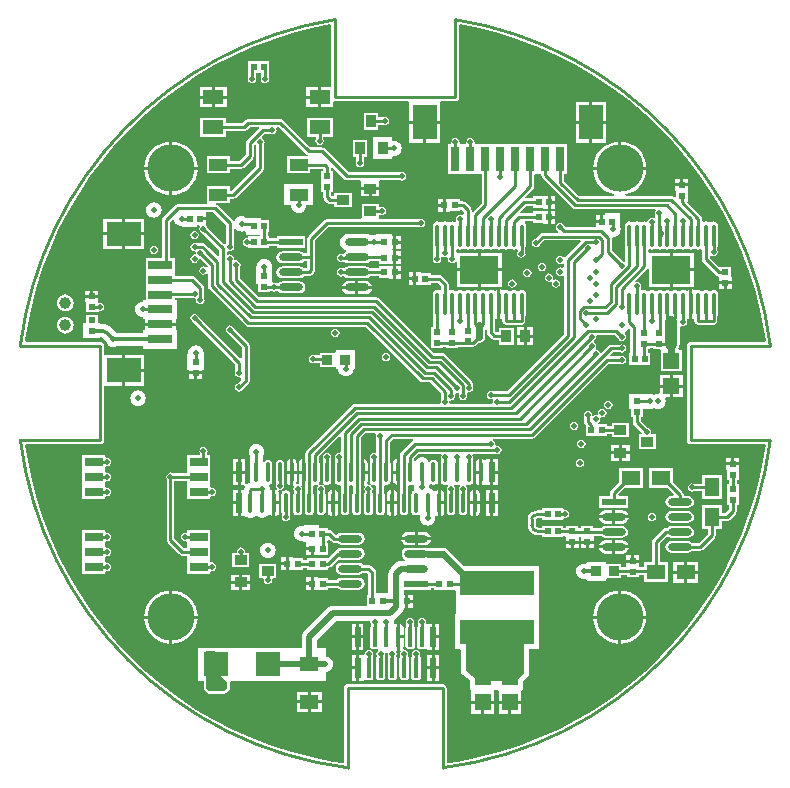
<source format=gtl>
G04*
G04 #@! TF.GenerationSoftware,Altium Limited,Altium Designer,18.0.7 (293)*
G04*
G04 Layer_Physical_Order=1*
G04 Layer_Color=255*
%FSLAX44Y44*%
%MOMM*%
G71*
G01*
G75*
%ADD18R,0.8890X1.0160*%
%ADD19R,0.6000X0.5000*%
%ADD20R,0.8128X0.8128*%
%ADD21R,1.6002X1.2954*%
%ADD22R,0.5000X0.6000*%
%ADD23R,1.2954X1.6002*%
%ADD24R,1.3970X1.3970*%
%ADD25R,1.6000X1.2000*%
%ADD26R,2.0320X0.6096*%
%ADD27O,2.0320X0.6096*%
%ADD28R,3.2800X2.4000*%
%ADD29O,0.3500X2.0000*%
%ADD30R,1.0668X0.8128*%
%ADD31R,0.8128X1.0668*%
%ADD32R,0.5000X1.7000*%
G04:AMPARAMS|DCode=33|XSize=0.4mm|YSize=1.7mm|CornerRadius=0.1mm|HoleSize=0mm|Usage=FLASHONLY|Rotation=0.000|XOffset=0mm|YOffset=0mm|HoleType=Round|Shape=RoundedRectangle|*
%AMROUNDEDRECTD33*
21,1,0.4000,1.5000,0,0,0.0*
21,1,0.2000,1.7000,0,0,0.0*
1,1,0.2000,0.1000,-0.7500*
1,1,0.2000,-0.1000,-0.7500*
1,1,0.2000,-0.1000,0.7500*
1,1,0.2000,0.1000,0.7500*
%
%ADD33ROUNDEDRECTD33*%
%ADD34R,0.4000X1.7000*%
%ADD35R,1.8000X1.2000*%
%ADD36R,6.3000X2.1500*%
G04:AMPARAMS|DCode=37|XSize=2mm|YSize=2mm|CornerRadius=0mm|HoleSize=0mm|Usage=FLASHONLY|Rotation=0.000|XOffset=0mm|YOffset=0mm|HoleType=Round|Shape=RoundedRectangle|*
%AMROUNDEDRECTD37*
21,1,2.0000,2.0000,0,0,0.0*
21,1,2.0000,2.0000,0,0,0.0*
1,1,0.0000,1.0000,-1.0000*
1,1,0.0000,-1.0000,-1.0000*
1,1,0.0000,-1.0000,1.0000*
1,1,0.0000,1.0000,1.0000*
%
%ADD37ROUNDEDRECTD37*%
%ADD38R,0.8000X2.1000*%
%ADD39R,2.1000X3.0000*%
%ADD40R,1.5200X0.7600*%
%ADD41R,1.6000X1.0000*%
%ADD42R,3.0000X2.1000*%
%ADD43R,2.1000X0.8000*%
G04:AMPARAMS|DCode=44|XSize=0.32mm|YSize=1.7mm|CornerRadius=0.08mm|HoleSize=0mm|Usage=FLASHONLY|Rotation=0.000|XOffset=0mm|YOffset=0mm|HoleType=Round|Shape=RoundedRectangle|*
%AMROUNDEDRECTD44*
21,1,0.3200,1.5400,0,0,0.0*
21,1,0.1600,1.7000,0,0,0.0*
1,1,0.1600,0.0800,-0.7700*
1,1,0.1600,-0.0800,-0.7700*
1,1,0.1600,-0.0800,0.7700*
1,1,0.1600,0.0800,0.7700*
%
%ADD44ROUNDEDRECTD44*%
%ADD45C,1.0000*%
%ADD76C,0.3000*%
%ADD77C,0.2540*%
%ADD78C,0.6000*%
%ADD79C,0.5000*%
%ADD80C,1.0000*%
G04:AMPARAMS|DCode=81|XSize=4mm|YSize=4mm|CornerRadius=2mm|HoleSize=0mm|Usage=FLASHONLY|Rotation=0.000|XOffset=0mm|YOffset=0mm|HoleType=Round|Shape=RoundedRectangle|*
%AMROUNDEDRECTD81*
21,1,4.0000,0.0000,0,0,0.0*
21,1,0.0000,4.0000,0,0,0.0*
1,1,4.0000,0.0000,0.0000*
1,1,4.0000,0.0000,0.0000*
1,1,4.0000,0.0000,0.0000*
1,1,4.0000,0.0000,0.0000*
%
%ADD81ROUNDEDRECTD81*%
%ADD82C,0.5000*%
G36*
X70479Y308787D02*
X87681Y304349D01*
X104608Y298954D01*
X121206Y292618D01*
X137423Y285362D01*
X153207Y277207D01*
X168509Y268181D01*
X183281Y258311D01*
X197476Y247628D01*
X211050Y236165D01*
X223960Y223960D01*
X236165Y211050D01*
X247628Y197476D01*
X258311Y183281D01*
X268181Y168509D01*
X277207Y153207D01*
X285362Y137423D01*
X292618Y121206D01*
X298954Y104608D01*
X304349Y87681D01*
X308787Y70479D01*
X312253Y53054D01*
X313489Y44293D01*
X312656Y43334D01*
X250000D01*
X248724Y43080D01*
X247642Y42358D01*
X246920Y41276D01*
X246666Y40000D01*
Y-40000D01*
X246920Y-41276D01*
X247642Y-42358D01*
X248724Y-43080D01*
X250000Y-43334D01*
X312656D01*
X313489Y-44293D01*
X312253Y-53054D01*
X308787Y-70479D01*
X304349Y-87681D01*
X298954Y-104608D01*
X292618Y-121206D01*
X285362Y-137423D01*
X277207Y-153207D01*
X268181Y-168509D01*
X258311Y-183281D01*
X247628Y-197476D01*
X236165Y-211050D01*
X223960Y-223960D01*
X211050Y-236165D01*
X197476Y-247628D01*
X183281Y-258311D01*
X168509Y-268181D01*
X153207Y-277207D01*
X137423Y-285362D01*
X121206Y-292618D01*
X104608Y-298954D01*
X87681Y-304349D01*
X70479Y-308787D01*
X53054Y-312253D01*
X44293Y-313489D01*
X43334Y-312656D01*
Y-250000D01*
X43080Y-248724D01*
X42358Y-247642D01*
X41276Y-246920D01*
X40000Y-246666D01*
X-40000D01*
X-41276Y-246920D01*
X-42358Y-247642D01*
X-43080Y-248724D01*
X-43334Y-250000D01*
Y-312656D01*
X-44293Y-313489D01*
X-53054Y-312253D01*
X-70479Y-308787D01*
X-87681Y-304349D01*
X-104608Y-298954D01*
X-121206Y-292618D01*
X-137423Y-285362D01*
X-153207Y-277207D01*
X-168509Y-268181D01*
X-183281Y-258311D01*
X-197476Y-247628D01*
X-211050Y-236165D01*
X-223960Y-223960D01*
X-236165Y-211050D01*
X-247628Y-197476D01*
X-258311Y-183281D01*
X-268181Y-168509D01*
X-277207Y-153207D01*
X-285362Y-137423D01*
X-292618Y-121206D01*
X-298954Y-104608D01*
X-304349Y-87681D01*
X-308787Y-70479D01*
X-312253Y-53054D01*
X-313489Y-44293D01*
X-312656Y-43334D01*
X-250000D01*
X-248724Y-43080D01*
X-247642Y-42358D01*
X-246920Y-41276D01*
X-246666Y-40000D01*
Y6010D01*
X-231240D01*
Y19050D01*
Y32090D01*
X-246666D01*
Y40000D01*
X-246920Y41276D01*
X-247642Y42358D01*
X-248724Y43080D01*
X-250000Y43334D01*
X-312656D01*
X-313489Y44293D01*
X-312253Y53054D01*
X-308787Y70479D01*
X-304349Y87681D01*
X-298954Y104608D01*
X-292618Y121206D01*
X-285362Y137423D01*
X-277207Y153207D01*
X-268181Y168509D01*
X-258311Y183281D01*
X-247628Y197476D01*
X-236165Y211050D01*
X-223960Y223960D01*
X-211050Y236165D01*
X-197476Y247628D01*
X-183281Y258311D01*
X-168509Y268181D01*
X-153207Y277207D01*
X-137423Y285362D01*
X-121206Y292618D01*
X-104608Y298954D01*
X-87681Y304349D01*
X-70479Y308787D01*
X-55116Y311842D01*
X-54134Y311037D01*
Y258773D01*
X-62889D01*
Y250233D01*
Y241693D01*
X-52620D01*
Y245872D01*
X-51350Y246775D01*
X-50800Y246666D01*
X10650D01*
X11810Y246400D01*
X11810Y245396D01*
Y230130D01*
X24850D01*
X37890D01*
Y245396D01*
X37890Y246400D01*
X39050Y246666D01*
X50800D01*
X52076Y246920D01*
X53158Y247642D01*
X53880Y248724D01*
X54134Y250000D01*
Y311037D01*
X55116Y311842D01*
X70479Y308787D01*
D02*
G37*
%LPC*%
G36*
X-106570Y280590D02*
X-124570D01*
Y270590D01*
X-124564D01*
Y266609D01*
X-124799Y265430D01*
X-124527Y264064D01*
X-123753Y262907D01*
X-122596Y262133D01*
X-121230Y261861D01*
X-119864Y262133D01*
X-118707Y262907D01*
X-117933Y264064D01*
X-117661Y265430D01*
X-117896Y266609D01*
Y270590D01*
X-113824D01*
Y266609D01*
X-114059Y265430D01*
X-113787Y264064D01*
X-113013Y262907D01*
X-111856Y262133D01*
X-110490Y261861D01*
X-109124Y262133D01*
X-107967Y262907D01*
X-107193Y264064D01*
X-106921Y265430D01*
X-107156Y266609D01*
Y270590D01*
X-106570D01*
Y280590D01*
D02*
G37*
G36*
X-65429Y258773D02*
X-75700D01*
Y251503D01*
X-65429D01*
Y258773D01*
D02*
G37*
G36*
X-142620Y258773D02*
X-152890D01*
Y251503D01*
X-142620D01*
Y258773D01*
D02*
G37*
G36*
X-155430D02*
X-165700D01*
Y251503D01*
X-155430D01*
Y258773D01*
D02*
G37*
G36*
X-142620Y248963D02*
X-152890D01*
Y241693D01*
X-142620D01*
Y248963D01*
D02*
G37*
G36*
X-155430D02*
X-165700D01*
Y241693D01*
X-155430D01*
Y248963D01*
D02*
G37*
G36*
X-65429Y248963D02*
X-75700D01*
Y241693D01*
X-65429D01*
Y248963D01*
D02*
G37*
G36*
X178690Y246400D02*
X166920D01*
Y230130D01*
X178690D01*
Y246400D01*
D02*
G37*
G36*
X164380D02*
X152610D01*
Y230130D01*
X164380D01*
Y246400D01*
D02*
G37*
G36*
X-14307Y237166D02*
X-26435D01*
Y222498D01*
X-14307D01*
Y226536D01*
X-10069D01*
X-8890Y226301D01*
X-7524Y226573D01*
X-6367Y227347D01*
X-5593Y228504D01*
X-5321Y229870D01*
X-5593Y231236D01*
X-6367Y232393D01*
X-7524Y233167D01*
X-8890Y233439D01*
X-10069Y233204D01*
X-14307D01*
Y237166D01*
D02*
G37*
G36*
X178690Y227590D02*
X166920D01*
Y211320D01*
X178690D01*
Y227590D01*
D02*
G37*
G36*
X164380D02*
X152610D01*
Y211320D01*
X164380D01*
Y227590D01*
D02*
G37*
G36*
X37890Y227590D02*
X26120D01*
Y211320D01*
X37890D01*
Y227590D01*
D02*
G37*
G36*
X23580D02*
X11810D01*
Y211320D01*
X23580D01*
Y227590D01*
D02*
G37*
G36*
X-53160Y232833D02*
X-75160D01*
Y216833D01*
X-67494D01*
Y214539D01*
X-67729Y213360D01*
X-67457Y211994D01*
X-66683Y210837D01*
X-65526Y210063D01*
X-64160Y209791D01*
X-62794Y210063D01*
X-61637Y210837D01*
X-60863Y211994D01*
X-60591Y213360D01*
X-60826Y214539D01*
Y216833D01*
X-53160D01*
Y232833D01*
D02*
G37*
G36*
X-2769Y216230D02*
X-18897D01*
Y197562D01*
X-2769D01*
Y199688D01*
X-1814Y200526D01*
X-1270Y200454D01*
X427Y200677D01*
X2008Y201332D01*
X3366Y202374D01*
X4408Y203732D01*
X5063Y205313D01*
X5286Y207010D01*
X5063Y208707D01*
X4408Y210288D01*
X3366Y211646D01*
X2008Y212688D01*
X427Y213343D01*
X-1270Y213566D01*
X-1814Y213494D01*
X-2769Y214332D01*
Y216230D01*
D02*
G37*
G36*
X191270Y212524D02*
Y191270D01*
X212524D01*
X212214Y194419D01*
X210925Y198667D01*
X208832Y202583D01*
X206015Y206015D01*
X202583Y208832D01*
X198667Y210925D01*
X194419Y212214D01*
X191270Y212524D01*
D02*
G37*
G36*
X188730D02*
X185581Y212214D01*
X181333Y210925D01*
X177417Y208832D01*
X173985Y206015D01*
X171168Y202583D01*
X169075Y198667D01*
X167786Y194419D01*
X167476Y191270D01*
X188730D01*
Y212524D01*
D02*
G37*
G36*
X-188730D02*
Y191270D01*
X-167476D01*
X-167786Y194419D01*
X-169075Y198667D01*
X-171168Y202583D01*
X-173985Y206015D01*
X-177417Y208832D01*
X-181333Y210925D01*
X-185581Y212214D01*
X-188730Y212524D01*
D02*
G37*
G36*
X-191270D02*
X-194419Y212214D01*
X-198667Y210925D01*
X-202583Y208832D01*
X-206015Y206015D01*
X-208832Y202583D01*
X-210925Y198667D01*
X-212214Y194419D01*
X-212524Y191270D01*
X-191270D01*
Y212524D01*
D02*
G37*
G36*
X-23844Y214230D02*
X-35972D01*
Y199562D01*
X-33294D01*
Y195489D01*
X-33529Y194310D01*
X-33257Y192944D01*
X-32483Y191787D01*
X-31326Y191013D01*
X-29960Y190741D01*
X-28594Y191013D01*
X-27437Y191787D01*
X-26663Y192944D01*
X-26391Y194310D01*
X-26626Y195489D01*
Y199562D01*
X-23844D01*
Y214230D01*
D02*
G37*
G36*
X-143160Y232833D02*
X-165160D01*
Y216833D01*
X-143160D01*
Y221499D01*
X-128227D01*
X-126951Y221752D01*
X-125870Y222475D01*
X-123079Y225266D01*
X-115835D01*
X-115309Y223996D01*
X-125548Y213757D01*
X-126270Y212676D01*
X-126524Y211400D01*
Y202041D01*
X-132191Y196374D01*
X-139860D01*
Y200040D01*
X-159860D01*
Y186040D01*
X-139860D01*
Y189706D01*
X-130810D01*
X-129534Y189960D01*
X-128453Y190682D01*
X-120833Y198302D01*
X-120110Y199384D01*
X-119856Y200660D01*
Y210019D01*
X-118862Y211013D01*
X-117634Y210445D01*
Y191881D01*
X-138541Y170974D01*
X-139860D01*
Y174640D01*
X-159860D01*
Y160814D01*
X-159860Y160640D01*
X-160280Y159544D01*
X-184150D01*
X-185426Y159290D01*
X-186508Y158567D01*
X-196667Y148407D01*
X-197390Y147326D01*
X-197644Y146050D01*
Y114200D01*
X-211470D01*
Y102970D01*
X-211470Y102200D01*
X-211470Y100930D01*
Y89700D01*
X-211470D01*
Y89000D01*
X-211470D01*
Y78500D01*
X-213470D01*
Y77698D01*
X-214001Y77232D01*
X-215698Y77009D01*
X-217279Y76354D01*
X-218637Y75312D01*
X-219679Y73954D01*
X-220334Y72373D01*
X-220557Y70676D01*
X-220334Y68979D01*
X-219679Y67398D01*
X-218637Y66040D01*
X-217279Y64998D01*
X-215698Y64343D01*
X-214001Y64120D01*
X-213470Y63654D01*
Y62500D01*
X-212010D01*
Y59070D01*
X-185930D01*
Y62500D01*
X-184470D01*
Y78500D01*
X-186470D01*
Y80166D01*
X-171209D01*
X-170030Y79931D01*
X-169704Y79996D01*
X-169576Y79964D01*
X-168584Y78924D01*
X-168669Y78500D01*
X-168397Y77134D01*
X-167623Y75977D01*
X-166466Y75203D01*
X-165100Y74931D01*
X-163734Y75203D01*
X-162577Y75977D01*
X-161803Y77134D01*
X-161531Y78500D01*
X-161766Y79679D01*
Y88661D01*
X-162020Y89937D01*
X-162743Y91018D01*
X-169782Y98058D01*
X-170863Y98780D01*
X-172139Y99034D01*
X-185572D01*
X-186470Y99932D01*
X-186470Y101700D01*
X-186470Y102970D01*
Y114200D01*
X-190976D01*
Y144669D01*
X-188556Y147088D01*
X-187216Y146633D01*
X-187083Y145623D01*
X-186428Y144042D01*
X-185386Y142684D01*
X-184028Y141642D01*
X-182447Y140987D01*
X-180750Y140764D01*
X-180600Y140632D01*
Y140320D01*
X-167600D01*
Y141780D01*
X-166177D01*
X-165498Y140510D01*
X-165762Y140116D01*
X-166034Y138750D01*
X-165762Y137384D01*
X-164988Y136227D01*
X-163989Y135559D01*
X-149384Y120954D01*
Y115849D01*
X-150557Y115363D01*
X-157860Y122665D01*
X-157972Y122833D01*
X-160997Y125857D01*
X-162078Y126580D01*
X-163354Y126834D01*
X-168851D01*
X-170030Y127069D01*
X-171396Y126797D01*
X-172553Y126023D01*
X-173327Y124866D01*
X-173599Y123500D01*
X-173327Y122134D01*
X-172553Y120977D01*
X-171396Y120203D01*
X-170030Y119931D01*
X-169840Y119969D01*
X-168875Y119120D01*
X-168866Y117874D01*
X-169815Y117026D01*
X-170030Y117069D01*
X-171396Y116797D01*
X-172553Y116023D01*
X-173327Y114866D01*
X-173599Y113500D01*
X-173327Y112134D01*
X-172553Y110977D01*
X-171396Y110203D01*
X-170030Y109931D01*
X-168664Y110203D01*
X-167507Y110977D01*
X-166733Y112134D01*
X-166486Y113375D01*
X-166033Y113656D01*
X-165254Y113939D01*
X-158606Y107291D01*
X-158711Y106467D01*
X-159613Y106142D01*
X-160001Y106063D01*
X-161099Y106797D01*
X-162465Y107069D01*
X-163831Y106797D01*
X-164988Y106023D01*
X-165762Y104866D01*
X-166034Y103500D01*
X-165762Y102134D01*
X-164988Y100977D01*
X-163831Y100203D01*
X-162465Y99931D01*
X-161099Y100203D01*
X-159942Y100977D01*
X-159734Y101287D01*
X-158464Y100902D01*
Y90078D01*
X-158210Y88802D01*
X-157487Y87720D01*
X-126720Y56953D01*
X-125638Y56230D01*
X-124362Y55976D01*
X-25183D01*
X20830Y9962D01*
X21912Y9240D01*
X23188Y8986D01*
X29538D01*
X38936Y-412D01*
Y-6841D01*
X38701Y-8020D01*
X38734Y-8186D01*
X37692Y-9456D01*
X-34451D01*
X-35726Y-9710D01*
X-36808Y-10432D01*
X-75087Y-48712D01*
X-75810Y-49794D01*
X-76064Y-51069D01*
Y-55494D01*
X-76460Y-55819D01*
Y-67310D01*
Y-78801D01*
X-76064Y-79126D01*
Y-84363D01*
X-76167Y-84517D01*
X-76385Y-85610D01*
Y-101010D01*
X-76167Y-102102D01*
X-75549Y-103029D01*
X-74623Y-103647D01*
X-73530Y-103865D01*
X-71930D01*
X-70837Y-103647D01*
X-69911Y-103029D01*
X-69292Y-102102D01*
X-69075Y-101010D01*
Y-85610D01*
X-69292Y-84517D01*
X-69396Y-84363D01*
Y-78576D01*
X-68530Y-77865D01*
X-66930D01*
X-65961Y-77672D01*
X-65837Y-77648D01*
X-65192Y-78715D01*
X-65253Y-78757D01*
X-66027Y-79914D01*
X-66298Y-81280D01*
X-66064Y-82459D01*
Y-84363D01*
X-66167Y-84517D01*
X-66385Y-85610D01*
Y-101010D01*
X-66167Y-102102D01*
X-65549Y-103029D01*
X-64623Y-103647D01*
X-63530Y-103865D01*
X-61930D01*
X-60837Y-103647D01*
X-59911Y-103029D01*
X-59292Y-102102D01*
X-59075Y-101010D01*
Y-85610D01*
X-59292Y-84517D01*
X-59396Y-84363D01*
Y-82459D01*
X-59161Y-81280D01*
X-59433Y-79914D01*
X-60207Y-78757D01*
X-60268Y-78715D01*
X-59623Y-77648D01*
X-59499Y-77672D01*
X-58530Y-77865D01*
X-56930D01*
X-55837Y-77648D01*
X-54911Y-77029D01*
X-54292Y-76102D01*
X-54075Y-75010D01*
Y-59610D01*
X-54292Y-58517D01*
X-54396Y-58363D01*
Y-55899D01*
X-54161Y-54720D01*
X-54433Y-53354D01*
X-55207Y-52197D01*
X-56364Y-51423D01*
X-57730Y-51151D01*
X-59096Y-51423D01*
X-60253Y-52197D01*
X-61027Y-53354D01*
X-61299Y-54720D01*
X-61064Y-55899D01*
Y-58363D01*
X-61167Y-58517D01*
X-61385Y-59610D01*
Y-75010D01*
X-61167Y-76102D01*
X-60619Y-76924D01*
X-60549Y-77029D01*
X-61288Y-78034D01*
X-61364Y-77983D01*
X-62730Y-77711D01*
X-64096Y-77983D01*
X-64172Y-78034D01*
X-64911Y-77029D01*
X-64841Y-76924D01*
X-64292Y-76102D01*
X-64075Y-75010D01*
Y-59610D01*
X-64292Y-58517D01*
X-64396Y-58363D01*
Y-53871D01*
X-47237Y-36712D01*
X-46064Y-37199D01*
Y-50212D01*
X-47334Y-51230D01*
X-47730Y-51151D01*
X-49096Y-51423D01*
X-50253Y-52197D01*
X-51027Y-53354D01*
X-51299Y-54720D01*
X-51064Y-55899D01*
Y-58363D01*
X-51167Y-58517D01*
X-51385Y-59610D01*
Y-75010D01*
X-51167Y-76102D01*
X-50549Y-77029D01*
X-49623Y-77648D01*
X-48530Y-77865D01*
X-46930D01*
X-46064Y-78576D01*
Y-84363D01*
X-46167Y-84517D01*
X-46385Y-85610D01*
Y-101010D01*
X-46167Y-102102D01*
X-45549Y-103029D01*
X-44623Y-103647D01*
X-43530Y-103865D01*
X-41930D01*
X-40837Y-103647D01*
X-39911Y-103029D01*
X-39293Y-102102D01*
X-39075Y-101010D01*
Y-85610D01*
X-39293Y-84517D01*
X-39396Y-84363D01*
Y-78576D01*
X-38530Y-77865D01*
X-36930D01*
X-36064Y-78576D01*
Y-84363D01*
X-36168Y-84517D01*
X-36385Y-85610D01*
Y-101010D01*
X-36168Y-102102D01*
X-35549Y-103029D01*
X-34622Y-103647D01*
X-33530Y-103865D01*
X-31930D01*
X-30838Y-103647D01*
X-29911Y-103029D01*
X-29292Y-102102D01*
X-29075Y-101010D01*
Y-85610D01*
X-29292Y-84517D01*
X-29396Y-84363D01*
Y-79126D01*
X-29000Y-78801D01*
Y-67310D01*
Y-55819D01*
X-29396Y-55494D01*
Y-38133D01*
X-25547Y-34284D01*
X-16874D01*
X-16091Y-35554D01*
X-16269Y-36449D01*
X-16064Y-37477D01*
Y-50212D01*
X-17334Y-51230D01*
X-17730Y-51151D01*
X-19096Y-51423D01*
X-20253Y-52197D01*
X-21027Y-53354D01*
X-21299Y-54720D01*
X-21064Y-55899D01*
Y-58363D01*
X-21168Y-58517D01*
X-21385Y-59610D01*
Y-75010D01*
X-21168Y-76102D01*
X-20619Y-76924D01*
X-20549Y-77029D01*
X-21286Y-78031D01*
X-21326Y-78009D01*
X-21364Y-77983D01*
X-22730Y-77711D01*
X-23261Y-77817D01*
X-24025Y-76674D01*
X-23784Y-76313D01*
X-23525Y-75010D01*
Y-68580D01*
X-26460D01*
Y-78381D01*
X-25731Y-79472D01*
X-26027Y-79914D01*
X-26299Y-81280D01*
X-26064Y-82459D01*
Y-84363D01*
X-26168Y-84517D01*
X-26385Y-85610D01*
Y-101010D01*
X-26168Y-102102D01*
X-25549Y-103029D01*
X-24622Y-103647D01*
X-23530Y-103865D01*
X-21930D01*
X-20838Y-103647D01*
X-19911Y-103029D01*
X-19293Y-102102D01*
X-19075Y-101010D01*
Y-85610D01*
X-19293Y-84517D01*
X-19396Y-84363D01*
Y-82459D01*
X-19161Y-81280D01*
X-19433Y-79914D01*
X-20207Y-78757D01*
X-20231Y-78740D01*
X-20266Y-78712D01*
X-19622Y-77648D01*
X-19499Y-77672D01*
X-18530Y-77865D01*
X-16930D01*
X-16064Y-78576D01*
Y-84363D01*
X-16168Y-84517D01*
X-16385Y-85610D01*
Y-101010D01*
X-16168Y-102102D01*
X-15549Y-103029D01*
X-14622Y-103647D01*
X-13530Y-103865D01*
X-11930D01*
X-10838Y-103647D01*
X-9911Y-103029D01*
X-9293Y-102102D01*
X-9075Y-101010D01*
Y-85610D01*
X-9293Y-84517D01*
X-9396Y-84363D01*
Y-78576D01*
X-8530Y-77865D01*
X-6930D01*
X-5838Y-77648D01*
X-4911Y-77029D01*
X-4292Y-76102D01*
X-4075Y-75010D01*
Y-59610D01*
X-4292Y-58517D01*
X-4396Y-58363D01*
Y-41751D01*
X-1469Y-38824D01*
X15337D01*
X15462Y-40094D01*
X15433Y-40100D01*
X14351Y-40823D01*
X4913Y-50261D01*
X4190Y-51343D01*
X3936Y-52619D01*
Y-55494D01*
X3540Y-55819D01*
Y-67310D01*
Y-78801D01*
X3936Y-79126D01*
Y-84363D01*
X3832Y-84517D01*
X3615Y-85610D01*
Y-101010D01*
X3832Y-102102D01*
X4451Y-103029D01*
X5378Y-103647D01*
X6470Y-103865D01*
X8070D01*
X9162Y-103647D01*
X10089Y-103029D01*
X10707Y-102102D01*
X10925Y-101010D01*
Y-85610D01*
X10707Y-84517D01*
X10604Y-84363D01*
Y-78576D01*
X11470Y-77865D01*
X13070D01*
X14162Y-77648D01*
X14965Y-77111D01*
X15050Y-77140D01*
X15937Y-78083D01*
X15714Y-79780D01*
X15937Y-81477D01*
X16084Y-81831D01*
X15485Y-82951D01*
X15378Y-82972D01*
X14451Y-83591D01*
X13832Y-84517D01*
X13615Y-85610D01*
Y-101010D01*
X13832Y-102102D01*
X14451Y-103029D01*
X15378Y-103647D01*
X16470Y-103865D01*
X18070D01*
X19162Y-103647D01*
X20089Y-103029D01*
X20105Y-103005D01*
X21230Y-103606D01*
X20937Y-104313D01*
X20714Y-106010D01*
X20937Y-107707D01*
X21592Y-109288D01*
X22634Y-110646D01*
X23992Y-111688D01*
X25573Y-112343D01*
X27270Y-112566D01*
X28967Y-112343D01*
X30548Y-111688D01*
X31906Y-110646D01*
X32948Y-109288D01*
X33603Y-107707D01*
X33826Y-106010D01*
X33650Y-104670D01*
X34461Y-104007D01*
X34776Y-103895D01*
X35167Y-104156D01*
X36000Y-104322D01*
Y-93310D01*
Y-82298D01*
X35167Y-82464D01*
X34062Y-83202D01*
X33845Y-83527D01*
X33455Y-83593D01*
X32384Y-83427D01*
X31531Y-82149D01*
X29943Y-81088D01*
X28687Y-80839D01*
X28826Y-79780D01*
X28603Y-78083D01*
X29490Y-77140D01*
X29575Y-77111D01*
X30378Y-77648D01*
X31470Y-77865D01*
X33070D01*
X34162Y-77648D01*
X35089Y-77029D01*
X35707Y-76102D01*
X35925Y-75010D01*
Y-59610D01*
X35707Y-58517D01*
X35089Y-57591D01*
X34162Y-56972D01*
X33070Y-56755D01*
X31470D01*
X30378Y-56972D01*
X29451Y-57591D01*
X28994Y-58276D01*
X28000Y-58248D01*
X27672Y-58142D01*
X27592Y-57737D01*
X26531Y-56149D01*
X24943Y-55089D01*
X23070Y-54716D01*
X21470D01*
X19597Y-55089D01*
X18009Y-56149D01*
X16948Y-57737D01*
X16874Y-58112D01*
X15604Y-57986D01*
Y-55420D01*
X19431Y-51594D01*
X38622D01*
X39301Y-52864D01*
X38973Y-53354D01*
X38701Y-54720D01*
X38936Y-55899D01*
Y-58363D01*
X38832Y-58517D01*
X38615Y-59610D01*
Y-75010D01*
X38832Y-76102D01*
X39451Y-77029D01*
X40377Y-77648D01*
X41470Y-77865D01*
X43070D01*
X44039Y-77672D01*
X44163Y-77648D01*
X44806Y-78712D01*
X44771Y-78740D01*
X44747Y-78757D01*
X43973Y-79914D01*
X43701Y-81280D01*
X43936Y-82459D01*
Y-84363D01*
X43832Y-84517D01*
X43615Y-85610D01*
Y-101010D01*
X43832Y-102102D01*
X44451Y-103029D01*
X45377Y-103647D01*
X46470Y-103865D01*
X48070D01*
X49163Y-103647D01*
X50089Y-103029D01*
X50708Y-102102D01*
X50925Y-101010D01*
Y-85610D01*
X50708Y-84517D01*
X50604Y-84363D01*
Y-82459D01*
X50839Y-81280D01*
X50567Y-79914D01*
X49793Y-78757D01*
X49769Y-78740D01*
X49734Y-78712D01*
X50377Y-77648D01*
X50501Y-77672D01*
X51470Y-77865D01*
X53070D01*
X54039Y-77672D01*
X54163Y-77648D01*
X54806Y-78712D01*
X54771Y-78740D01*
X54747Y-78757D01*
X53973Y-79914D01*
X53701Y-81280D01*
X53936Y-82459D01*
Y-84363D01*
X53833Y-84517D01*
X53615Y-85610D01*
Y-101010D01*
X53833Y-102102D01*
X54451Y-103029D01*
X55377Y-103647D01*
X56470Y-103865D01*
X58070D01*
X59163Y-103647D01*
X60089Y-103029D01*
X60708Y-102102D01*
X60925Y-101010D01*
Y-85610D01*
X60708Y-84517D01*
X60604Y-84363D01*
Y-82459D01*
X60839Y-81280D01*
X60567Y-79914D01*
X59793Y-78757D01*
X59769Y-78740D01*
X59734Y-78712D01*
X60377Y-77648D01*
X60501Y-77672D01*
X61470Y-77865D01*
X63070D01*
X64163Y-77648D01*
X65089Y-77029D01*
X65708Y-76102D01*
X65925Y-75010D01*
Y-59610D01*
X65708Y-58517D01*
X65604Y-58363D01*
Y-55899D01*
X65839Y-54720D01*
X65567Y-53354D01*
X65239Y-52864D01*
X65918Y-51594D01*
X85181D01*
X86360Y-51829D01*
X87726Y-51557D01*
X88883Y-50783D01*
X89657Y-49626D01*
X89929Y-48260D01*
X89657Y-46894D01*
X88883Y-45737D01*
X87726Y-44963D01*
X86360Y-44691D01*
X85346Y-44893D01*
X85005Y-44659D01*
X84344Y-43656D01*
X84439Y-43180D01*
X84167Y-41814D01*
X83393Y-40657D01*
X82551Y-40094D01*
X82926Y-38824D01*
X115976D01*
X117252Y-38570D01*
X118334Y-37847D01*
X180347Y24166D01*
X190591D01*
X191770Y23931D01*
X193136Y24203D01*
X194293Y24977D01*
X195067Y26134D01*
X195339Y27500D01*
X195067Y28866D01*
X194293Y30023D01*
X193136Y30797D01*
X191770Y31069D01*
X190591Y30834D01*
X182254D01*
X181768Y32007D01*
X183927Y34166D01*
X190591D01*
X191770Y33931D01*
X193136Y34203D01*
X194293Y34977D01*
X195067Y36134D01*
X195339Y37500D01*
X195067Y38866D01*
X194293Y40023D01*
X193136Y40797D01*
X191770Y41069D01*
X190591Y40834D01*
X182546D01*
X181270Y40580D01*
X180189Y39857D01*
X174345Y34014D01*
X172867Y34332D01*
X172405Y35023D01*
X171247Y35797D01*
X170144Y36016D01*
X169692Y36846D01*
X169580Y37304D01*
X170049Y38004D01*
X170320Y39370D01*
X170049Y40736D01*
X169275Y41893D01*
X168305Y42542D01*
X167878Y43911D01*
X168276Y44309D01*
X169275Y44977D01*
X170049Y46134D01*
X170320Y47500D01*
X170287Y47666D01*
X171330Y48936D01*
X185619D01*
X188579Y45976D01*
X189247Y44977D01*
X190404Y44203D01*
X191770Y43931D01*
X193136Y44203D01*
X194293Y44977D01*
X195067Y46134D01*
X195339Y47500D01*
X195067Y48866D01*
X194293Y50023D01*
X194167Y50108D01*
X194308Y51541D01*
X195048Y51847D01*
X196406Y52889D01*
X197276Y54023D01*
X197436Y54081D01*
X197894Y54048D01*
X198596Y53736D01*
Y33866D01*
X198010D01*
Y23866D01*
X216010D01*
Y33866D01*
X214264D01*
Y36720D01*
X215930D01*
Y37886D01*
X218520D01*
Y36720D01*
X223733D01*
X224825Y36290D01*
Y18320D01*
X242795D01*
Y36290D01*
X240321D01*
X239695Y37560D01*
X239795Y37690D01*
X240500Y39393D01*
X240740Y41220D01*
Y55750D01*
X242010Y56429D01*
X242064Y56393D01*
X243430Y56121D01*
X244796Y56393D01*
X245953Y57167D01*
X246727Y58324D01*
X246999Y59690D01*
X246764Y60869D01*
Y62318D01*
X248034Y62997D01*
X248256Y62849D01*
X248660Y62769D01*
Y75140D01*
Y87511D01*
X248256Y87431D01*
X246837Y86483D01*
X245384Y86594D01*
X244893Y86922D01*
X243430Y87213D01*
X241967Y86922D01*
X241027Y86294D01*
X240180Y86172D01*
X239333Y86294D01*
X238393Y86922D01*
X236930Y87213D01*
X235467Y86922D01*
X234527Y86294D01*
X233680Y86172D01*
X232833Y86294D01*
X231893Y86922D01*
X230430Y87213D01*
X228967Y86922D01*
X228027Y86294D01*
X227180Y86172D01*
X226333Y86294D01*
X225393Y86922D01*
X223930Y87213D01*
X222467Y86922D01*
X221527Y86294D01*
X220680Y86172D01*
X219833Y86294D01*
X218893Y86922D01*
X217430Y87213D01*
X215967Y86922D01*
X215027Y86294D01*
X214180Y86172D01*
X213333Y86294D01*
X212393Y86922D01*
X210930Y87213D01*
X209467Y86922D01*
X209034Y86633D01*
X207764Y87312D01*
Y88800D01*
X207767Y88804D01*
X208039Y90170D01*
X207767Y91536D01*
X206993Y92693D01*
X205836Y93467D01*
X204470Y93739D01*
X203879Y93621D01*
X203253Y94791D01*
X213178Y104716D01*
X213470Y105153D01*
X214740Y104768D01*
Y89600D01*
X232410D01*
Y104140D01*
X233680D01*
D01*
X232410D01*
Y118680D01*
X215424D01*
X214740Y118680D01*
X214154Y119707D01*
Y121041D01*
X215424Y121720D01*
X215967Y121358D01*
X217430Y121067D01*
X218893Y121358D01*
X219833Y121986D01*
X220680Y122108D01*
X221527Y121986D01*
X222467Y121358D01*
X223930Y121067D01*
X225393Y121358D01*
X226333Y121986D01*
X227180Y122108D01*
X228027Y121986D01*
X228967Y121358D01*
X230430Y121067D01*
X231893Y121358D01*
X232833Y121986D01*
X233680Y122108D01*
X234527Y121986D01*
X235467Y121358D01*
X236930Y121067D01*
X238393Y121358D01*
X239333Y121986D01*
X240180Y122108D01*
X241027Y121986D01*
X241967Y121358D01*
X243430Y121067D01*
X244893Y121358D01*
X245833Y121986D01*
X246680Y122108D01*
X247527Y121986D01*
X248467Y121358D01*
X249930Y121067D01*
X251393Y121358D01*
X252333Y121986D01*
X253180Y122108D01*
X254027Y121986D01*
X254967Y121358D01*
X256430Y121067D01*
X257893Y121358D01*
X258326Y121647D01*
X259596Y120968D01*
Y112990D01*
X259850Y111714D01*
X260572Y110632D01*
X271562Y99642D01*
X272644Y98920D01*
X272931Y98863D01*
X273860Y98040D01*
Y94270D01*
X279401D01*
X284940D01*
Y98040D01*
X284400D01*
Y106500D01*
X274400D01*
Y106500D01*
X274213Y106422D01*
X266264Y114371D01*
Y115759D01*
X267534Y116437D01*
X268064Y116083D01*
X269430Y115811D01*
X270796Y116083D01*
X271953Y116857D01*
X272727Y118014D01*
X272999Y119380D01*
X272764Y120559D01*
Y123130D01*
X272962Y123427D01*
X273253Y124890D01*
Y141390D01*
X272962Y142853D01*
X272134Y144094D01*
X270893Y144922D01*
X269430Y145213D01*
X267967Y144922D01*
X267027Y144294D01*
X266180Y144172D01*
X265333Y144294D01*
X264393Y144922D01*
X262930Y145213D01*
X261467Y144922D01*
X261034Y144633D01*
X259764Y145312D01*
Y147430D01*
X259510Y148706D01*
X258787Y149788D01*
X247147Y161428D01*
X247570Y162450D01*
X247570D01*
Y170910D01*
X248110D01*
Y174680D01*
X237030D01*
Y170910D01*
X237570D01*
Y165904D01*
X236397Y165418D01*
X236168Y165648D01*
X235086Y166370D01*
X233810Y166624D01*
X194963D01*
X194774Y167894D01*
X198667Y169075D01*
X202583Y171168D01*
X206015Y173985D01*
X208832Y177417D01*
X210925Y181333D01*
X212214Y185581D01*
X212524Y188730D01*
X167476D01*
X167786Y185581D01*
X169075Y181333D01*
X171168Y177417D01*
X173985Y173985D01*
X177417Y171168D01*
X181333Y169075D01*
X185226Y167894D01*
X185037Y166624D01*
X155661D01*
X142934Y179352D01*
Y185360D01*
X145600D01*
Y210360D01*
X133600D01*
Y210360D01*
X132900D01*
Y210360D01*
X121470D01*
X120550Y210360D01*
X119630Y210360D01*
X108200D01*
Y210360D01*
X107500D01*
Y210360D01*
X96270D01*
X95500Y210360D01*
X94230Y210360D01*
X83570D01*
X82650Y210360D01*
X81730Y210360D01*
X70870D01*
X69950Y210360D01*
X67910Y210360D01*
X67057Y211630D01*
X67169Y212190D01*
X66897Y213556D01*
X66123Y214713D01*
X64966Y215487D01*
X63600Y215759D01*
X62234Y215487D01*
X61077Y214713D01*
X60303Y213556D01*
X60031Y212190D01*
X60143Y211630D01*
X59290Y210360D01*
X57250Y210360D01*
X55210Y210360D01*
X54357Y211630D01*
X54469Y212190D01*
X54197Y213556D01*
X53423Y214713D01*
X52266Y215487D01*
X50900Y215759D01*
X49534Y215487D01*
X48377Y214713D01*
X47603Y213556D01*
X47331Y212190D01*
X47443Y211630D01*
X46590Y210360D01*
X44900D01*
Y185360D01*
X56330D01*
X57250Y185360D01*
X58170Y185360D01*
X69030D01*
X69950Y185360D01*
X70870Y185360D01*
X72966D01*
Y160231D01*
X65974Y153239D01*
X64704Y153765D01*
Y154530D01*
X64450Y155806D01*
X63727Y156888D01*
X59507Y161108D01*
X58426Y161830D01*
X57150Y162084D01*
X54720D01*
Y163750D01*
X46260D01*
Y164290D01*
X42490D01*
Y158750D01*
Y153210D01*
X46260D01*
Y153750D01*
X54720D01*
Y154882D01*
X55990Y155195D01*
X58036Y153149D01*
Y150941D01*
X56766Y150263D01*
X56236Y150617D01*
X54870Y150889D01*
X53504Y150617D01*
X52347Y149843D01*
X51573Y148686D01*
X51301Y147320D01*
X51536Y146141D01*
Y145312D01*
X50266Y144633D01*
X49833Y144922D01*
X48370Y145213D01*
X46907Y144922D01*
X45967Y144294D01*
X45120Y144172D01*
X44273Y144294D01*
X43333Y144922D01*
X41870Y145213D01*
X40407Y144922D01*
X39467Y144294D01*
X38620Y144172D01*
X37773Y144294D01*
X36833Y144922D01*
X35370Y145213D01*
X33907Y144922D01*
X32666Y144094D01*
X31838Y142853D01*
X31547Y141390D01*
Y124890D01*
X31838Y123427D01*
X32036Y123130D01*
Y114399D01*
X31801Y113220D01*
X32073Y111854D01*
X32847Y110697D01*
X34004Y109923D01*
X35370Y109651D01*
X36736Y109923D01*
X37893Y110697D01*
X38667Y111854D01*
X38939Y113220D01*
X38704Y114399D01*
Y114856D01*
X39974Y115535D01*
X40544Y115154D01*
X41910Y114882D01*
X43276Y115154D01*
X43766Y115481D01*
X44110Y115297D01*
X44963Y114396D01*
X44691Y113030D01*
X44963Y111664D01*
X45737Y110507D01*
X46894Y109733D01*
X48260Y109461D01*
X49626Y109733D01*
X50783Y110507D01*
X50910Y110696D01*
X52180Y110311D01*
Y105410D01*
X69850D01*
Y118680D01*
X52974D01*
X52180Y118680D01*
X51704Y119753D01*
Y120968D01*
X52974Y121647D01*
X53407Y121358D01*
X54870Y121067D01*
X56333Y121358D01*
X57273Y121986D01*
X58120Y122108D01*
X58967Y121986D01*
X59907Y121358D01*
X61370Y121067D01*
X62833Y121358D01*
X63773Y121986D01*
X64620Y122108D01*
X65467Y121986D01*
X66407Y121358D01*
X67870Y121067D01*
X69333Y121358D01*
X70273Y121986D01*
X71120Y122108D01*
X71967Y121986D01*
X72907Y121358D01*
X74370Y121067D01*
X75833Y121358D01*
X76773Y121986D01*
X77620Y122108D01*
X78467Y121986D01*
X79407Y121358D01*
X80870Y121067D01*
X82333Y121358D01*
X83273Y121986D01*
X84120Y122108D01*
X84967Y121986D01*
X85907Y121358D01*
X87370Y121067D01*
X88833Y121358D01*
X89773Y121986D01*
X90620Y122108D01*
X91467Y121986D01*
X92407Y121358D01*
X93870Y121067D01*
X95333Y121358D01*
X96273Y121986D01*
X97120Y122108D01*
X97967Y121986D01*
X98907Y121358D01*
X100370Y121067D01*
X101833Y121358D01*
X102266Y121647D01*
X103536Y120968D01*
Y119463D01*
X103383Y119234D01*
X103111Y117869D01*
X103383Y116503D01*
X104157Y115345D01*
X105314Y114572D01*
X106680Y114300D01*
X108046Y114572D01*
X109203Y115345D01*
X109977Y116503D01*
X110249Y117869D01*
X110204Y118092D01*
Y123130D01*
X110402Y123427D01*
X110693Y124890D01*
Y141390D01*
X110402Y142853D01*
X109646Y143986D01*
X109770Y144511D01*
X110120Y145256D01*
X116730D01*
Y143590D01*
X125190D01*
Y143050D01*
X128961D01*
Y148590D01*
Y154130D01*
X125190D01*
Y153590D01*
X116730D01*
Y151924D01*
X106229D01*
X105742Y153097D01*
X110601Y157956D01*
X116730D01*
Y156290D01*
X125190D01*
Y155750D01*
X128961D01*
Y161290D01*
Y166830D01*
X125190D01*
Y166290D01*
X116730D01*
Y164624D01*
X110175D01*
X109649Y165894D01*
X116397Y172642D01*
X117120Y173724D01*
X117374Y175000D01*
Y184462D01*
X118272Y185360D01*
X120550Y185360D01*
X121470Y185360D01*
X123566D01*
Y184250D01*
X123820Y182974D01*
X124543Y181893D01*
X150042Y156392D01*
X151124Y155670D01*
X152400Y155416D01*
X219798D01*
X220477Y154146D01*
X220223Y153766D01*
X219951Y152400D01*
X220186Y151221D01*
Y148502D01*
X218916Y147823D01*
X218536Y148077D01*
X217170Y148349D01*
X215804Y148077D01*
X214647Y147303D01*
X213873Y146146D01*
X213753Y145541D01*
X212393Y144922D01*
X210930Y145213D01*
X209467Y144922D01*
X208527Y144294D01*
X207680Y144172D01*
X206833Y144294D01*
X205893Y144922D01*
X204430Y145213D01*
X202967Y144922D01*
X202027Y144294D01*
X201180Y144172D01*
X200333Y144294D01*
X199393Y144922D01*
X197930Y145213D01*
X196467Y144922D01*
X195226Y144094D01*
X194398Y142853D01*
X194107Y141390D01*
Y124890D01*
X194398Y123427D01*
X194596Y123130D01*
Y111275D01*
X193944Y110790D01*
X193326Y110659D01*
X183674Y120311D01*
Y130656D01*
X183818Y131023D01*
X184755Y131954D01*
X185847Y132097D01*
X187428Y132752D01*
X188786Y133794D01*
X189828Y135152D01*
X190483Y136733D01*
X190706Y138430D01*
X190483Y140127D01*
X190260Y140664D01*
Y151780D01*
X177260D01*
Y150320D01*
X176030D01*
Y144780D01*
X174760D01*
Y143510D01*
X169720D01*
Y140144D01*
X144161D01*
X142577Y141728D01*
X141910Y142727D01*
X140752Y143501D01*
X139386Y143772D01*
X138021Y143501D01*
X136863Y142727D01*
X136089Y141569D01*
X135818Y140204D01*
X136089Y138838D01*
X136863Y137680D01*
X137862Y137013D01*
X138098Y136777D01*
X137612Y135604D01*
X124840D01*
X123564Y135350D01*
X122483Y134628D01*
X117856Y130001D01*
X116857Y129333D01*
X116083Y128176D01*
X115811Y126810D01*
X116083Y125444D01*
X116857Y124287D01*
X118014Y123513D01*
X119380Y123241D01*
X120746Y123513D01*
X121903Y124287D01*
X122571Y125286D01*
X126221Y128936D01*
X156486D01*
X156972Y127763D01*
X143944Y114734D01*
X142933Y114664D01*
X142375Y114797D01*
X142223Y115023D01*
X141066Y115797D01*
X139700Y116069D01*
X138334Y115797D01*
X137177Y115023D01*
X136403Y113866D01*
X136131Y112500D01*
X136403Y111134D01*
X137177Y109977D01*
X138334Y109203D01*
X139700Y108931D01*
X141066Y109203D01*
X141446Y109457D01*
X142716Y108778D01*
Y106222D01*
X141446Y105543D01*
X141066Y105797D01*
X139700Y106069D01*
X138334Y105797D01*
X137177Y105023D01*
X136403Y103866D01*
X136131Y102500D01*
X136403Y101134D01*
X137177Y99977D01*
X138334Y99203D01*
X139700Y98931D01*
X141066Y99203D01*
X141446Y99457D01*
X142716Y98778D01*
Y49636D01*
X94604Y1524D01*
X82049D01*
X80870Y1759D01*
X79504Y1487D01*
X78347Y713D01*
X77573Y-444D01*
X77301Y-1810D01*
X77573Y-3176D01*
X78347Y-4333D01*
X79504Y-5107D01*
X80870Y-5379D01*
X82049Y-5144D01*
X82470D01*
X82863Y-5879D01*
X83031Y-6414D01*
X82791Y-7620D01*
X82904Y-8186D01*
X81966Y-9456D01*
X46848D01*
X45806Y-8186D01*
X45839Y-8020D01*
X45654Y-7092D01*
X45982Y-6603D01*
X46874Y-6040D01*
X47220Y-6109D01*
X48586Y-5837D01*
X49743Y-5063D01*
X50517Y-3906D01*
X50789Y-2540D01*
X50554Y-1361D01*
Y-664D01*
X51824Y330D01*
X52270Y241D01*
X52666Y320D01*
X53936Y-697D01*
Y-1361D01*
X53701Y-2540D01*
X53973Y-3906D01*
X54747Y-5063D01*
X55904Y-5837D01*
X57270Y-6109D01*
X58636Y-5837D01*
X59793Y-5063D01*
X60567Y-3906D01*
X60839Y-2540D01*
X60604Y-1361D01*
Y-724D01*
X61874Y312D01*
X62230Y241D01*
X63596Y513D01*
X64753Y1287D01*
X65527Y2444D01*
X65799Y3810D01*
X65564Y4989D01*
Y7691D01*
X65310Y8966D01*
X64587Y10048D01*
X41798Y32838D01*
X40716Y33560D01*
X39441Y33814D01*
X32091D01*
X-13922Y79827D01*
X-15004Y80550D01*
X-16280Y80804D01*
X-115459D01*
X-131286Y96631D01*
Y107321D01*
X-131051Y108500D01*
X-131323Y109866D01*
X-132097Y111023D01*
X-133254Y111797D01*
X-134620Y112069D01*
X-135566Y111880D01*
X-135944Y112011D01*
X-136447Y112428D01*
X-136736Y112823D01*
X-136601Y113500D01*
X-136873Y114866D01*
X-137647Y116023D01*
X-138804Y116797D01*
X-140170Y117069D01*
X-141446Y116815D01*
X-141574Y116821D01*
X-142716Y117536D01*
Y119464D01*
X-141574Y120179D01*
X-141446Y120185D01*
X-140170Y119931D01*
X-138804Y120203D01*
X-137647Y120977D01*
X-136873Y122134D01*
X-136601Y123500D01*
X-136836Y124679D01*
Y138775D01*
X-135566Y139207D01*
X-134866Y138294D01*
X-133508Y137252D01*
X-131927Y136597D01*
X-130230Y136374D01*
X-128533Y136597D01*
X-127840Y136884D01*
X-126570Y136036D01*
Y133970D01*
X-114404D01*
Y132340D01*
X-124570D01*
Y131679D01*
X-125552Y130874D01*
X-125730Y130909D01*
X-127096Y130637D01*
X-128253Y129864D01*
X-129027Y128706D01*
X-129299Y127340D01*
X-129027Y125975D01*
X-128253Y124817D01*
X-127096Y124044D01*
X-125730Y123772D01*
X-125552Y123807D01*
X-124570Y123002D01*
Y122340D01*
X-106570D01*
Y124006D01*
X-100531D01*
Y122292D01*
X-76210D01*
Y132388D01*
X-100531D01*
Y130674D01*
X-106570D01*
Y132340D01*
X-107736D01*
Y135970D01*
X-106570D01*
Y145970D01*
X-113570D01*
Y147970D01*
X-120355D01*
X-122030Y148303D01*
X-126555D01*
X-126952Y148608D01*
X-128533Y149263D01*
X-130230Y149486D01*
X-131927Y149263D01*
X-133508Y148608D01*
X-134866Y147566D01*
X-135908Y146208D01*
X-136124Y145686D01*
X-137557Y145545D01*
X-137812Y145927D01*
X-150452Y158567D01*
X-151534Y159290D01*
X-151935Y159370D01*
X-151810Y160640D01*
X-139860D01*
Y164306D01*
X-137160D01*
X-135884Y164560D01*
X-134803Y165282D01*
X-111943Y188143D01*
X-111220Y189224D01*
X-110966Y190500D01*
Y210911D01*
X-110731Y212090D01*
X-111003Y213456D01*
X-111777Y214613D01*
X-112789Y215290D01*
X-113115Y215982D01*
X-113296Y216579D01*
X-110959Y218916D01*
X-105319D01*
X-104140Y218681D01*
X-102774Y218953D01*
X-101617Y219727D01*
X-100843Y220884D01*
X-100571Y222250D01*
X-100843Y223616D01*
X-101097Y223996D01*
X-100418Y225266D01*
X-98881D01*
X-75728Y202113D01*
X-74646Y201390D01*
X-74245Y201310D01*
X-74370Y200040D01*
X-91860D01*
Y186040D01*
X-71860D01*
Y189706D01*
X-61071D01*
X-61064Y189699D01*
Y188070D01*
X-62730D01*
Y179070D01*
Y170070D01*
X-61064D01*
Y165680D01*
X-60810Y164404D01*
X-60087Y163323D01*
X-57647Y160882D01*
X-56565Y160159D01*
X-55289Y159905D01*
X-51557D01*
Y157175D01*
X-36889D01*
Y169303D01*
X-51557D01*
Y166573D01*
X-53908D01*
X-54396Y167061D01*
Y170070D01*
X-52730D01*
Y179070D01*
Y188070D01*
X-54396D01*
Y190125D01*
X-53126Y190651D01*
X-43371Y180896D01*
X-42290Y180173D01*
X-41014Y179920D01*
X-30208D01*
X-29161Y179381D01*
X-29161Y178650D01*
Y174047D01*
X-21287D01*
X-13413D01*
Y178650D01*
X-13413Y179381D01*
X-12366Y179920D01*
X4591D01*
X5770Y179685D01*
X7136Y179957D01*
X8293Y180730D01*
X9067Y181888D01*
X9339Y183254D01*
X9067Y184619D01*
X8293Y185777D01*
X7136Y186551D01*
X5770Y186822D01*
X4591Y186588D01*
X-39633D01*
X-59872Y206828D01*
X-60954Y207550D01*
X-62230Y207804D01*
X-71989D01*
X-95142Y230958D01*
X-96224Y231680D01*
X-97500Y231934D01*
X-124460D01*
X-125736Y231680D01*
X-126818Y230958D01*
X-129608Y228167D01*
X-143160D01*
Y232833D01*
D02*
G37*
G36*
X248110Y180990D02*
X243840D01*
Y177220D01*
X248110D01*
Y180990D01*
D02*
G37*
G36*
X241300D02*
X237030D01*
Y177220D01*
X241300D01*
Y180990D01*
D02*
G37*
G36*
X-167476Y188730D02*
X-188730D01*
Y167476D01*
X-185581Y167786D01*
X-181333Y169075D01*
X-177417Y171168D01*
X-173985Y173985D01*
X-171168Y177417D01*
X-169075Y181333D01*
X-167786Y185581D01*
X-167476Y188730D01*
D02*
G37*
G36*
X-191270D02*
X-212524D01*
X-212214Y185581D01*
X-210925Y181333D01*
X-208832Y177417D01*
X-206015Y173985D01*
X-202583Y171168D01*
X-198667Y169075D01*
X-194419Y167786D01*
X-191270Y167476D01*
Y188730D01*
D02*
G37*
G36*
X-13413Y171507D02*
X-20017D01*
Y166173D01*
X-13413D01*
Y171507D01*
D02*
G37*
G36*
X-22557D02*
X-29161D01*
Y166173D01*
X-22557D01*
Y171507D01*
D02*
G37*
G36*
X135270Y166830D02*
X131501D01*
Y162560D01*
X135270D01*
Y166830D01*
D02*
G37*
G36*
X39950Y164290D02*
X36180D01*
Y160019D01*
X39950D01*
Y164290D01*
D02*
G37*
G36*
X135270Y160020D02*
X131501D01*
Y155750D01*
X135270D01*
Y160020D01*
D02*
G37*
G36*
X39950Y157479D02*
X36180D01*
Y153210D01*
X39950D01*
Y157479D01*
D02*
G37*
G36*
X-69860Y176640D02*
X-93860D01*
Y158640D01*
X-88416D01*
X-88193Y156943D01*
X-87538Y155362D01*
X-86496Y154004D01*
X-85138Y152962D01*
X-83557Y152307D01*
X-81860Y152084D01*
X-80163Y152307D01*
X-78582Y152962D01*
X-77224Y154004D01*
X-76182Y155362D01*
X-75527Y156943D01*
X-75304Y158640D01*
X-69860D01*
Y176640D01*
D02*
G37*
G36*
X-13953Y159766D02*
X-28621D01*
Y148114D01*
X-28621Y147638D01*
X-29562Y146844D01*
X-57970D01*
X-59246Y146590D01*
X-60328Y145868D01*
X-73478Y132718D01*
X-74200Y131636D01*
X-74454Y130360D01*
Y117975D01*
X-77415D01*
X-77619Y118280D01*
X-79289Y119396D01*
X-81258Y119787D01*
X-95483D01*
X-97452Y119396D01*
X-99122Y118280D01*
X-100238Y116610D01*
X-100629Y114641D01*
X-100238Y112671D01*
X-99122Y111001D01*
X-97452Y109885D01*
X-95483Y109494D01*
X-81258D01*
X-79289Y109885D01*
X-77619Y111001D01*
X-77415Y111306D01*
X-74454D01*
Y105521D01*
X-74700Y105274D01*
X-77415D01*
X-77619Y105580D01*
X-79289Y106696D01*
X-81258Y107087D01*
X-95483D01*
X-97452Y106696D01*
X-99122Y105580D01*
X-100238Y103910D01*
X-100629Y101940D01*
X-100238Y99971D01*
X-99122Y98301D01*
X-97452Y97185D01*
X-95483Y96794D01*
X-81258D01*
X-79289Y97185D01*
X-77619Y98301D01*
X-77415Y98606D01*
X-73320D01*
X-72044Y98860D01*
X-70962Y99583D01*
X-68762Y101783D01*
X-68040Y102864D01*
X-67786Y104140D01*
Y114300D01*
Y128979D01*
X-56589Y140176D01*
X20521D01*
X21700Y139941D01*
X23066Y140213D01*
X24223Y140987D01*
X24997Y142144D01*
X25269Y143510D01*
X24997Y144876D01*
X24223Y146033D01*
X23066Y146807D01*
X21700Y147079D01*
X20521Y146844D01*
X-13011D01*
X-13953Y147638D01*
X-13953Y148114D01*
Y150367D01*
X-12640D01*
X-11461Y150133D01*
X-10096Y150405D01*
X-8938Y151178D01*
X-8165Y152336D01*
X-7893Y153701D01*
X-8165Y155067D01*
X-8938Y156225D01*
X-10096Y156998D01*
X-11461Y157270D01*
X-12640Y157036D01*
X-13953D01*
Y159766D01*
D02*
G37*
G36*
X135270Y154130D02*
X131501D01*
Y149860D01*
X135270D01*
Y154130D01*
D02*
G37*
G36*
X-204470Y161302D02*
X-206167Y161079D01*
X-207748Y160424D01*
X-209106Y159382D01*
X-210148Y158024D01*
X-210803Y156443D01*
X-211026Y154746D01*
X-210803Y153049D01*
X-210148Y151468D01*
X-209106Y150110D01*
X-207748Y149068D01*
X-206167Y148413D01*
X-204470Y148190D01*
X-202773Y148413D01*
X-201192Y149068D01*
X-199834Y150110D01*
X-198792Y151468D01*
X-198137Y153049D01*
X-197914Y154746D01*
X-198137Y156443D01*
X-198792Y158024D01*
X-199834Y159382D01*
X-201192Y160424D01*
X-202773Y161079D01*
X-204470Y161302D01*
D02*
G37*
G36*
X173490Y150320D02*
X169720D01*
Y146050D01*
X173490D01*
Y150320D01*
D02*
G37*
G36*
X135270Y147320D02*
X131501D01*
Y143050D01*
X135270D01*
Y147320D01*
D02*
G37*
G36*
X-212430Y147490D02*
X-228700D01*
Y135720D01*
X-212430D01*
Y147490D01*
D02*
G37*
G36*
X-231240D02*
X-247510D01*
Y135720D01*
X-231240D01*
Y147490D01*
D02*
G37*
G36*
X-170030Y137069D02*
X-171396Y136797D01*
X-172553Y136023D01*
X-173327Y134866D01*
X-173599Y133500D01*
X-173327Y132134D01*
X-172553Y130977D01*
X-171396Y130203D01*
X-170030Y129931D01*
X-168664Y130203D01*
X-167507Y130977D01*
X-166733Y132134D01*
X-166461Y133500D01*
X-166733Y134866D01*
X-167507Y136023D01*
X-168664Y136797D01*
X-170030Y137069D01*
D02*
G37*
G36*
X4460Y132880D02*
X690D01*
Y128611D01*
X4460D01*
Y132880D01*
D02*
G37*
G36*
Y126071D02*
X690D01*
Y121800D01*
X4460D01*
Y126071D01*
D02*
G37*
G36*
X-212430Y133180D02*
X-228700D01*
Y121410D01*
X-212430D01*
Y133180D01*
D02*
G37*
G36*
X-231240D02*
X-247510D01*
Y121410D01*
X-231240D01*
Y133180D01*
D02*
G37*
G36*
X-25378Y134449D02*
X-39602D01*
X-41442Y134207D01*
X-43157Y133497D01*
X-44629Y132367D01*
X-45759Y130895D01*
X-46469Y129180D01*
X-46711Y127340D01*
X-46469Y125501D01*
X-45759Y123786D01*
X-44629Y122314D01*
X-43157Y121184D01*
X-41830Y120634D01*
X-41694Y119982D01*
X-41712Y119377D01*
X-41734Y119287D01*
X-43242Y118280D01*
X-43673Y117634D01*
X-44541D01*
X-45720Y117869D01*
X-47086Y117597D01*
X-48243Y116823D01*
X-49017Y115666D01*
X-49289Y114300D01*
X-49017Y112934D01*
X-48243Y111777D01*
X-47086Y111003D01*
X-45720Y110731D01*
X-44541Y110966D01*
X-43189D01*
X-41572Y109885D01*
X-39602Y109494D01*
X-25378D01*
X-23409Y109885D01*
X-21739Y111001D01*
X-21535Y111306D01*
X-14080D01*
Y109300D01*
X-5620D01*
Y108760D01*
X-1850D01*
Y114300D01*
Y119840D01*
X-2017D01*
X-2280Y119964D01*
X-2508Y121475D01*
X-2182Y121800D01*
X-1850D01*
Y127341D01*
Y132880D01*
X-3080D01*
Y134340D01*
X-16080D01*
Y134340D01*
X-17350Y133798D01*
X-18470Y133946D01*
X-20167Y133722D01*
X-21434Y133198D01*
X-21824Y133497D01*
X-23539Y134207D01*
X-25378Y134449D01*
D02*
G37*
G36*
X-204470Y124626D02*
X-205836Y124354D01*
X-206993Y123581D01*
X-207767Y122423D01*
X-208039Y121057D01*
X-207767Y119691D01*
X-206993Y118534D01*
X-205836Y117760D01*
X-204470Y117489D01*
X-203104Y117760D01*
X-201947Y118534D01*
X-201173Y119691D01*
X-200901Y121057D01*
X-201173Y122423D01*
X-201947Y123581D01*
X-203104Y124354D01*
X-204470Y124626D01*
D02*
G37*
G36*
X4460Y119840D02*
X690D01*
Y115570D01*
X4460D01*
Y119840D01*
D02*
G37*
G36*
Y113030D02*
X690D01*
Y108760D01*
X4460D01*
Y113030D01*
D02*
G37*
G36*
X234950Y118680D02*
Y105410D01*
X252620D01*
Y118680D01*
X234950D01*
D02*
G37*
G36*
X72390D02*
Y105410D01*
X90060D01*
Y118680D01*
X72390D01*
D02*
G37*
G36*
X-1850Y107480D02*
X-5620D01*
Y106940D01*
X-14080D01*
Y105274D01*
X-21535D01*
X-21739Y105580D01*
X-23409Y106696D01*
X-25378Y107087D01*
X-39602D01*
X-41572Y106696D01*
X-43242Y105580D01*
X-43446Y105274D01*
X-44541D01*
X-45720Y105509D01*
X-47086Y105237D01*
X-48243Y104464D01*
X-49017Y103306D01*
X-49289Y101940D01*
X-49017Y100575D01*
X-48243Y99417D01*
X-47086Y98644D01*
X-45720Y98372D01*
X-44541Y98606D01*
X-43446D01*
X-43242Y98301D01*
X-41572Y97185D01*
X-39602Y96794D01*
X-25378D01*
X-23409Y97185D01*
X-21739Y98301D01*
X-21535Y98606D01*
X-14080D01*
Y96940D01*
X-5620D01*
Y96400D01*
X-1850D01*
Y101941D01*
Y107480D01*
D02*
G37*
G36*
X-111070Y113236D02*
X-112767Y113013D01*
X-114348Y112358D01*
X-115706Y111316D01*
X-116748Y109958D01*
X-117403Y108377D01*
X-117626Y106680D01*
X-117570Y106250D01*
X-118070Y104980D01*
X-118070D01*
Y91980D01*
X-116070D01*
Y84980D01*
X-106070D01*
Y85906D01*
X-103708D01*
X-102529Y85672D01*
X-101351Y85906D01*
X-99326D01*
X-99122Y85601D01*
X-97452Y84485D01*
X-95483Y84094D01*
X-81258D01*
X-79289Y84485D01*
X-77619Y85601D01*
X-76503Y87271D01*
X-76112Y89241D01*
X-76503Y91210D01*
X-77619Y92880D01*
X-79289Y93996D01*
X-81258Y94387D01*
X-95483D01*
X-97452Y93996D01*
X-99122Y92880D01*
X-99326Y92575D01*
X-101351D01*
X-102529Y92809D01*
X-102800Y92755D01*
X-104070Y93744D01*
Y104980D01*
X-104070D01*
X-104571Y106250D01*
X-104514Y106680D01*
X-104737Y108377D01*
X-105392Y109958D01*
X-106434Y111316D01*
X-107792Y112358D01*
X-109373Y113013D01*
X-111070Y113236D01*
D02*
G37*
G36*
X4460Y107480D02*
X690D01*
Y103211D01*
X4460D01*
Y107480D01*
D02*
G37*
G36*
X124150Y110249D02*
X122784Y109977D01*
X121627Y109203D01*
X120853Y108046D01*
X120581Y106680D01*
X120853Y105314D01*
X121627Y104157D01*
X122784Y103383D01*
X124150Y103111D01*
X125516Y103383D01*
X126673Y104157D01*
X127447Y105314D01*
X127719Y106680D01*
X127447Y108046D01*
X126673Y109203D01*
X125516Y109977D01*
X124150Y110249D01*
D02*
G37*
G36*
X111760Y105169D02*
X110394Y104897D01*
X109237Y104123D01*
X108463Y102966D01*
X108191Y101600D01*
X108463Y100234D01*
X109237Y99077D01*
X110394Y98303D01*
X111760Y98031D01*
X113126Y98303D01*
X114283Y99077D01*
X115057Y100234D01*
X115329Y101600D01*
X115057Y102966D01*
X114283Y104123D01*
X113126Y104897D01*
X111760Y105169D01*
D02*
G37*
G36*
X15060Y102060D02*
X11290D01*
Y97790D01*
X15060D01*
Y102060D01*
D02*
G37*
G36*
X4460Y100671D02*
X690D01*
Y96400D01*
X4460D01*
Y100671D01*
D02*
G37*
G36*
X15060Y95250D02*
X11290D01*
Y90980D01*
X15060D01*
Y95250D01*
D02*
G37*
G36*
X-25378Y94938D02*
X-31221D01*
Y90511D01*
X-19934D01*
X-20115Y91421D01*
X-21350Y93269D01*
X-23198Y94504D01*
X-25378Y94938D01*
D02*
G37*
G36*
X-33760D02*
X-39602D01*
X-41783Y94504D01*
X-43631Y93269D01*
X-44866Y91421D01*
X-45047Y90511D01*
X-33760D01*
Y94938D01*
D02*
G37*
G36*
X252620Y102870D02*
X234950D01*
Y89600D01*
X252620D01*
Y102870D01*
D02*
G37*
G36*
X90060D02*
X72390D01*
Y89600D01*
X90060D01*
Y102870D01*
D02*
G37*
G36*
X69850D02*
X52180D01*
Y89600D01*
X69850D01*
Y102870D01*
D02*
G37*
G36*
X129999Y101069D02*
X128633Y100797D01*
X127475Y100023D01*
X126701Y98866D01*
X126430Y97500D01*
X126701Y96134D01*
X127475Y94977D01*
X128633Y94203D01*
X129999Y93931D01*
X131364Y94203D01*
X131442Y94255D01*
X132508Y93440D01*
X132321Y92500D01*
X132593Y91134D01*
X133367Y89977D01*
X134524Y89203D01*
X135890Y88931D01*
X137256Y89203D01*
X138413Y89977D01*
X139187Y91134D01*
X139459Y92500D01*
X139187Y93866D01*
X138413Y95023D01*
X137256Y95797D01*
X135890Y96069D01*
X134524Y95797D01*
X134446Y95745D01*
X133380Y96560D01*
X133567Y97500D01*
X133295Y98866D01*
X132522Y100023D01*
X131364Y100797D01*
X129999Y101069D01*
D02*
G37*
G36*
X99060Y96069D02*
X97694Y95797D01*
X96537Y95023D01*
X95763Y93866D01*
X95491Y92500D01*
X95763Y91134D01*
X96537Y89977D01*
X97694Y89203D01*
X99060Y88931D01*
X100426Y89203D01*
X101583Y89977D01*
X102357Y91134D01*
X102629Y92500D01*
X102357Y93866D01*
X101583Y95023D01*
X100426Y95797D01*
X99060Y96069D01*
D02*
G37*
G36*
X284940Y91730D02*
X280671D01*
Y87960D01*
X284940D01*
Y91730D01*
D02*
G37*
G36*
X278131D02*
X273860D01*
Y87960D01*
X278131D01*
Y91730D01*
D02*
G37*
G36*
X21370Y102060D02*
X17600D01*
Y96520D01*
Y90980D01*
X21370D01*
Y91520D01*
X29830D01*
Y93186D01*
X35639D01*
X38536Y90289D01*
Y87312D01*
X37266Y86633D01*
X36833Y86922D01*
X35370Y87213D01*
X33907Y86922D01*
X32666Y86094D01*
X31838Y84853D01*
X31547Y83390D01*
Y66890D01*
X31838Y65427D01*
X32036Y65130D01*
Y55915D01*
X30560D01*
Y46915D01*
Y37915D01*
X40560D01*
Y39156D01*
X43260D01*
Y37990D01*
X53260D01*
Y39156D01*
X56370D01*
Y38915D01*
X66370D01*
Y39208D01*
X67386Y39410D01*
X68467Y40132D01*
X70801Y42466D01*
X71120Y42402D01*
X73071Y42790D01*
X74725Y43895D01*
X75830Y45549D01*
X76218Y47500D01*
Y54036D01*
X76266Y54068D01*
X77536Y53389D01*
Y51210D01*
X77790Y49934D01*
X78513Y48853D01*
X81462Y45903D01*
X82544Y45180D01*
X83820Y44926D01*
X87476D01*
Y40835D01*
X100366D01*
Y54995D01*
X87476D01*
Y51594D01*
X85201D01*
X84204Y52591D01*
Y62318D01*
X85474Y62997D01*
X85696Y62849D01*
X86100Y62769D01*
Y75140D01*
Y87511D01*
X85696Y87431D01*
X84277Y86483D01*
X82824Y86594D01*
X82333Y86922D01*
X80870Y87213D01*
X79407Y86922D01*
X78467Y86294D01*
X77620Y86172D01*
X76773Y86294D01*
X75833Y86922D01*
X74370Y87213D01*
X72907Y86922D01*
X71967Y86294D01*
X71120Y86172D01*
X70273Y86294D01*
X69333Y86922D01*
X67870Y87213D01*
X66407Y86922D01*
X65467Y86294D01*
X64620Y86172D01*
X63773Y86294D01*
X62833Y86922D01*
X61370Y87213D01*
X59907Y86922D01*
X58967Y86294D01*
X58120Y86172D01*
X57273Y86294D01*
X56333Y86922D01*
X54870Y87213D01*
X53407Y86922D01*
X52467Y86294D01*
X51620Y86172D01*
X50773Y86294D01*
X49833Y86922D01*
X48370Y87213D01*
X46907Y86922D01*
X46474Y86633D01*
X45204Y87312D01*
Y91670D01*
X44950Y92946D01*
X44227Y94028D01*
X39378Y98877D01*
X38296Y99600D01*
X37020Y99854D01*
X29830D01*
Y101520D01*
X21370D01*
Y102060D01*
D02*
G37*
G36*
X-19934Y87971D02*
X-31221D01*
Y83543D01*
X-25378D01*
X-23198Y83977D01*
X-21350Y85212D01*
X-20115Y87060D01*
X-19934Y87971D01*
D02*
G37*
G36*
X-33760D02*
X-45047D01*
X-44866Y87060D01*
X-43631Y85212D01*
X-41783Y83977D01*
X-39602Y83543D01*
X-33760D01*
Y87971D01*
D02*
G37*
G36*
X-251620Y86540D02*
X-255890D01*
Y82770D01*
X-251620D01*
Y86540D01*
D02*
G37*
G36*
X-258430D02*
X-262700D01*
Y82770D01*
X-258430D01*
Y86540D01*
D02*
G37*
G36*
X-279400Y83260D02*
X-281227Y83020D01*
X-282930Y82315D01*
X-284393Y81192D01*
X-285515Y79730D01*
X-286220Y78027D01*
X-286460Y76200D01*
X-286220Y74373D01*
X-285515Y72670D01*
X-284393Y71208D01*
X-282930Y70086D01*
X-281227Y69380D01*
X-279400Y69140D01*
X-277573Y69380D01*
X-275870Y70086D01*
X-274408Y71208D01*
X-273286Y72670D01*
X-272580Y74373D01*
X-272340Y76200D01*
X-272580Y78027D01*
X-273286Y79730D01*
X-274408Y81192D01*
X-275870Y82315D01*
X-277573Y83020D01*
X-279400Y83260D01*
D02*
G37*
G36*
X-251620Y80230D02*
X-257160D01*
X-262700D01*
Y76460D01*
X-262160D01*
Y68000D01*
X-252160D01*
X-252145Y68033D01*
X-250890Y68942D01*
X-250286Y68821D01*
X-248920Y69093D01*
X-247762Y69867D01*
X-246989Y71024D01*
X-246717Y72390D01*
X-246989Y73756D01*
X-247762Y74913D01*
X-248920Y75687D01*
X-250286Y75959D01*
X-250582Y75900D01*
X-251620Y76771D01*
Y80230D01*
D02*
G37*
G36*
X251200Y87511D02*
Y75140D01*
Y62769D01*
X251604Y62849D01*
X251826Y62997D01*
X253096Y62318D01*
Y61070D01*
X253350Y59794D01*
X254072Y58713D01*
X254182Y58602D01*
X255264Y57880D01*
X256540Y57626D01*
X269430D01*
X270706Y57880D01*
X271787Y58602D01*
X272510Y59684D01*
X272764Y60960D01*
Y65130D01*
X272962Y65427D01*
X273253Y66890D01*
Y83390D01*
X272962Y84853D01*
X272134Y86094D01*
X270893Y86922D01*
X269430Y87213D01*
X267967Y86922D01*
X267027Y86294D01*
X266180Y86172D01*
X265333Y86294D01*
X264393Y86922D01*
X262930Y87213D01*
X261467Y86922D01*
X260527Y86294D01*
X259680Y86172D01*
X258833Y86294D01*
X257893Y86922D01*
X256430Y87213D01*
X254967Y86922D01*
X254476Y86594D01*
X253023Y86483D01*
X251604Y87431D01*
X251200Y87511D01*
D02*
G37*
G36*
X88640D02*
Y75140D01*
Y62769D01*
X89044Y62849D01*
X89266Y62997D01*
X90536Y62318D01*
Y60960D01*
X90790Y59684D01*
X91512Y58602D01*
X92594Y57880D01*
X93870Y57626D01*
X106870D01*
X108146Y57880D01*
X109228Y58602D01*
X109950Y59684D01*
X110204Y60960D01*
Y65130D01*
X110402Y65427D01*
X110693Y66890D01*
Y83390D01*
X110402Y84853D01*
X109574Y86094D01*
X108333Y86922D01*
X106870Y87213D01*
X105407Y86922D01*
X104467Y86294D01*
X103620Y86172D01*
X102773Y86294D01*
X101833Y86922D01*
X100370Y87213D01*
X98907Y86922D01*
X97967Y86294D01*
X97120Y86172D01*
X96273Y86294D01*
X95333Y86922D01*
X93870Y87213D01*
X92407Y86922D01*
X91916Y86594D01*
X90463Y86483D01*
X89044Y87431D01*
X88640Y87511D01*
D02*
G37*
G36*
X-279400Y64210D02*
X-281227Y63970D01*
X-282930Y63264D01*
X-284393Y62142D01*
X-285515Y60680D01*
X-286220Y58977D01*
X-286460Y57150D01*
X-286220Y55323D01*
X-285515Y53620D01*
X-284393Y52158D01*
X-282930Y51035D01*
X-281227Y50330D01*
X-279400Y50090D01*
X-277573Y50330D01*
X-275870Y51035D01*
X-274408Y52158D01*
X-273286Y53620D01*
X-272580Y55323D01*
X-272340Y57150D01*
X-272580Y58977D01*
X-273286Y60680D01*
X-274408Y62142D01*
X-275870Y63264D01*
X-277573Y63970D01*
X-279400Y64210D01*
D02*
G37*
G36*
X116908Y55535D02*
X111192D01*
Y49185D01*
X116908D01*
Y55535D01*
D02*
G37*
G36*
X108652D02*
X102938D01*
Y49185D01*
X108652D01*
Y55535D01*
D02*
G37*
G36*
X-50800Y54369D02*
X-52166Y54097D01*
X-53323Y53323D01*
X-54097Y52166D01*
X-54369Y50800D01*
X-54097Y49434D01*
X-53323Y48277D01*
X-52166Y47503D01*
X-50800Y47231D01*
X-49434Y47503D01*
X-48277Y48277D01*
X-47503Y49434D01*
X-47231Y50800D01*
X-47503Y52166D01*
X-48277Y53323D01*
X-49434Y54097D01*
X-50800Y54369D01*
D02*
G37*
G36*
X116908Y46645D02*
X111192D01*
Y40295D01*
X116908D01*
Y46645D01*
D02*
G37*
G36*
X108652D02*
X102938D01*
Y40295D01*
X108652D01*
Y46645D01*
D02*
G37*
G36*
X-252160Y66150D02*
X-262160D01*
Y59150D01*
X-264160D01*
Y46150D01*
X-250160D01*
Y47042D01*
X-248920D01*
X-248796Y47067D01*
X-248158Y46803D01*
X-248088Y46698D01*
X-245108Y43717D01*
X-245093Y43603D01*
X-244438Y42022D01*
X-243396Y40664D01*
X-242038Y39622D01*
X-240457Y38967D01*
X-238760Y38744D01*
X-237063Y38967D01*
X-235482Y39622D01*
X-235391Y39692D01*
X-213470D01*
Y37300D01*
X-184470D01*
Y53300D01*
X-185930D01*
Y56530D01*
X-212010D01*
Y53300D01*
X-213470D01*
Y50908D01*
X-235391D01*
X-235482Y50978D01*
X-237063Y51633D01*
X-237177Y51648D01*
X-240158Y54628D01*
X-240180Y54643D01*
X-242725Y56596D01*
X-245713Y57834D01*
X-248894Y58253D01*
X-248920Y58258D01*
X-250160D01*
Y59150D01*
X-252160D01*
Y66150D01*
D02*
G37*
G36*
X-34503Y36024D02*
X-50631D01*
Y34405D01*
X-51743Y34024D01*
X-51901Y34024D01*
X-63871D01*
Y31909D01*
X-68671D01*
X-69850Y32144D01*
X-71216Y31872D01*
X-72373Y31098D01*
X-73147Y29941D01*
X-73419Y28575D01*
X-73147Y27209D01*
X-72373Y26052D01*
X-71216Y25278D01*
X-69850Y25006D01*
X-68671Y25241D01*
X-63871D01*
Y21896D01*
X-51901D01*
X-51743Y21896D01*
X-50631Y21515D01*
Y19896D01*
X-48410D01*
X-48243Y18623D01*
X-47588Y17042D01*
X-46546Y15684D01*
X-45188Y14642D01*
X-43607Y13987D01*
X-41910Y13764D01*
X-40213Y13987D01*
X-38632Y14642D01*
X-37274Y15684D01*
X-36232Y17042D01*
X-35577Y18623D01*
X-35410Y19896D01*
X-34503D01*
Y36024D01*
D02*
G37*
G36*
X-7930Y33689D02*
X-9296Y33417D01*
X-10453Y32643D01*
X-11227Y31486D01*
X-11499Y30120D01*
X-11227Y28754D01*
X-10453Y27597D01*
X-9296Y26823D01*
X-7930Y26551D01*
X-6564Y26823D01*
X-5407Y27597D01*
X-4633Y28754D01*
X-4361Y30120D01*
X-4633Y31486D01*
X-5407Y32643D01*
X-6564Y33417D01*
X-7930Y33689D01*
D02*
G37*
G36*
X-212430Y32090D02*
X-228700D01*
Y20320D01*
X-212430D01*
Y32090D01*
D02*
G37*
G36*
X-168910Y40116D02*
X-170607Y39893D01*
X-172188Y39238D01*
X-173546Y38196D01*
X-174588Y36838D01*
X-175243Y35257D01*
X-175466Y33560D01*
X-175413Y33155D01*
X-176075Y32400D01*
X-176075D01*
Y19400D01*
X-174615D01*
Y18170D01*
X-169075D01*
X-163535D01*
Y19400D01*
X-162075D01*
Y32400D01*
X-162075D01*
X-162450Y32828D01*
X-162354Y33560D01*
X-162577Y35257D01*
X-163232Y36838D01*
X-164274Y38196D01*
X-165632Y39238D01*
X-167213Y39893D01*
X-168910Y40116D01*
D02*
G37*
G36*
X-163535Y15630D02*
X-167805D01*
Y11860D01*
X-163535D01*
Y15630D01*
D02*
G37*
G36*
X-170345D02*
X-174615D01*
Y11860D01*
X-170345D01*
Y15630D01*
D02*
G37*
G36*
X243335Y15240D02*
X235081D01*
Y6985D01*
X243335D01*
Y15240D01*
D02*
G37*
G36*
X232540D02*
X224285D01*
Y6985D01*
X232540D01*
Y15240D01*
D02*
G37*
G36*
X-212430Y17780D02*
X-228700D01*
Y6010D01*
X-212430D01*
Y17780D01*
D02*
G37*
G36*
X-170030Y67069D02*
X-171396Y66797D01*
X-172553Y66023D01*
X-173327Y64866D01*
X-173599Y63500D01*
X-173327Y62134D01*
X-172553Y60977D01*
X-171554Y60309D01*
X-135414Y24169D01*
Y17689D01*
X-135649Y16510D01*
X-135377Y15144D01*
X-134603Y13987D01*
X-133446Y13213D01*
X-132080Y12941D01*
X-131501Y13057D01*
X-130380Y12257D01*
X-130290Y11190D01*
X-133754Y7725D01*
X-134753Y7058D01*
X-135527Y5900D01*
X-135799Y4534D01*
X-135527Y3169D01*
X-134753Y2011D01*
X-133596Y1237D01*
X-132230Y966D01*
X-130864Y1237D01*
X-129707Y2011D01*
X-129039Y3010D01*
X-124247Y7803D01*
X-123524Y8884D01*
X-123270Y10160D01*
Y39934D01*
X-123524Y41210D01*
X-124247Y42292D01*
X-136979Y55024D01*
X-137647Y56023D01*
X-138804Y56797D01*
X-140170Y57069D01*
X-141536Y56797D01*
X-142693Y56023D01*
X-143467Y54866D01*
X-143739Y53500D01*
X-143467Y52134D01*
X-142693Y50977D01*
X-141694Y50309D01*
X-129938Y38553D01*
Y29783D01*
X-131112Y29297D01*
X-166839Y65024D01*
X-167507Y66023D01*
X-168664Y66797D01*
X-170030Y67069D01*
D02*
G37*
G36*
X232540Y4445D02*
X224285D01*
Y253D01*
X223015Y-784D01*
X222250Y-683D01*
X220553Y-906D01*
X219027Y-1538D01*
X217501Y-906D01*
X215804Y-683D01*
X214107Y-906D01*
X212740Y-1473D01*
X212538Y-1391D01*
X211470Y-875D01*
Y-875D01*
X211470Y-875D01*
Y-875D01*
Y-875D01*
Y-875D01*
X197470D01*
Y-13875D01*
X199470D01*
Y-20875D01*
X201136D01*
Y-24987D01*
X201390Y-26263D01*
X202113Y-27344D01*
X208722Y-33954D01*
X208196Y-35224D01*
X206102D01*
Y-47352D01*
X220770D01*
Y-35224D01*
X217170D01*
X216259Y-33954D01*
X216383Y-33331D01*
X216111Y-31965D01*
X215337Y-30807D01*
X214338Y-30140D01*
X207804Y-23606D01*
Y-20875D01*
X209470D01*
Y-13875D01*
X211470D01*
Y-13707D01*
X212016Y-13298D01*
X212740Y-13005D01*
X214107Y-13572D01*
X215804Y-13795D01*
X217501Y-13572D01*
X219027Y-12940D01*
X220553Y-13572D01*
X222250Y-13795D01*
X223947Y-13572D01*
X225528Y-12917D01*
X226886Y-11875D01*
X227928Y-10517D01*
X228583Y-8936D01*
X228806Y-7239D01*
X228583Y-5542D01*
X228391Y-5080D01*
X229240Y-3810D01*
X232540D01*
Y4445D01*
D02*
G37*
G36*
X243335D02*
X235081D01*
Y-3810D01*
X243335D01*
Y4445D01*
D02*
G37*
G36*
X-217860Y2056D02*
X-219557Y1833D01*
X-221138Y1178D01*
X-222496Y136D01*
X-223538Y-1222D01*
X-224193Y-2803D01*
X-224416Y-4500D01*
X-224193Y-6197D01*
X-223538Y-7778D01*
X-222496Y-9136D01*
X-221138Y-10178D01*
X-219557Y-10833D01*
X-217860Y-11056D01*
X-216163Y-10833D01*
X-214582Y-10178D01*
X-213224Y-9136D01*
X-212182Y-7778D01*
X-211527Y-6197D01*
X-211304Y-4500D01*
X-211527Y-2803D01*
X-212182Y-1222D01*
X-213224Y136D01*
X-214582Y1178D01*
X-216163Y1833D01*
X-217860Y2056D01*
D02*
G37*
G36*
X180340Y-6569D02*
X178974Y-6841D01*
X177817Y-7614D01*
X177043Y-8772D01*
X176771Y-10138D01*
X177043Y-11503D01*
X177817Y-12661D01*
X178974Y-13435D01*
X180340Y-13706D01*
X181706Y-13435D01*
X182863Y-12661D01*
X183637Y-11503D01*
X183909Y-10138D01*
X183637Y-8772D01*
X182863Y-7614D01*
X181706Y-6841D01*
X180340Y-6569D01*
D02*
G37*
G36*
X175260Y-13340D02*
X173894Y-13612D01*
X172737Y-14385D01*
X171963Y-15543D01*
X171691Y-16908D01*
X171893Y-17922D01*
X171772Y-18139D01*
X171187Y-18743D01*
X170895Y-18920D01*
X169928Y-18727D01*
X168562Y-18999D01*
X167965Y-19398D01*
X167530Y-19274D01*
X166679Y-18747D01*
X166467Y-17684D01*
X165694Y-16527D01*
X164536Y-15753D01*
X163171Y-15481D01*
X161805Y-15753D01*
X160647Y-16527D01*
X159874Y-17684D01*
X159602Y-19050D01*
X159837Y-20229D01*
Y-24419D01*
X160090Y-25695D01*
X160813Y-26776D01*
X161180Y-27143D01*
Y-36750D01*
X179180D01*
Y-35084D01*
X183166D01*
Y-37814D01*
X197834D01*
Y-25686D01*
X183166D01*
Y-28416D01*
X179180D01*
Y-26750D01*
X171673D01*
X171477Y-26151D01*
X171462Y-25480D01*
X172451Y-24819D01*
X173225Y-23661D01*
X173496Y-22296D01*
X173295Y-21282D01*
X173416Y-21065D01*
X174000Y-20461D01*
X174293Y-20285D01*
X175260Y-20477D01*
X176626Y-20205D01*
X177783Y-19432D01*
X178557Y-18274D01*
X178829Y-16908D01*
X178557Y-15543D01*
X177783Y-14385D01*
X176626Y-13612D01*
X175260Y-13340D01*
D02*
G37*
G36*
X151480Y-24466D02*
X150114Y-24738D01*
X148957Y-25511D01*
X148183Y-26669D01*
X147911Y-28035D01*
X148183Y-29400D01*
X148957Y-30558D01*
X150114Y-31332D01*
X151480Y-31603D01*
X152846Y-31332D01*
X154003Y-30558D01*
X154777Y-29400D01*
X155049Y-28035D01*
X154777Y-26669D01*
X154003Y-25511D01*
X152846Y-24738D01*
X151480Y-24466D01*
D02*
G37*
G36*
X157480Y-39680D02*
X156114Y-39952D01*
X154957Y-40725D01*
X154183Y-41883D01*
X153911Y-43249D01*
X154183Y-44614D01*
X154957Y-45772D01*
X156114Y-46546D01*
X157480Y-46817D01*
X158846Y-46546D01*
X160003Y-45772D01*
X160777Y-44614D01*
X161049Y-43249D01*
X160777Y-41883D01*
X160003Y-40725D01*
X158846Y-39952D01*
X157480Y-39680D01*
D02*
G37*
G36*
X198374Y-44221D02*
X191770D01*
Y-49555D01*
X198374D01*
Y-44221D01*
D02*
G37*
G36*
X189230D02*
X182626D01*
Y-49555D01*
X189230D01*
Y-44221D01*
D02*
G37*
G36*
X80500Y-56270D02*
X76730D01*
Y-56790D01*
X75478Y-57202D01*
X74373Y-56464D01*
X73540Y-56298D01*
Y-67310D01*
Y-78322D01*
X74373Y-78156D01*
X75478Y-77418D01*
X76730Y-77830D01*
Y-78350D01*
X80500D01*
Y-67310D01*
Y-56270D01*
D02*
G37*
G36*
X198374Y-52095D02*
X191770D01*
Y-57429D01*
X198374D01*
Y-52095D01*
D02*
G37*
G36*
X189230D02*
X182626D01*
Y-57429D01*
X189230D01*
Y-52095D01*
D02*
G37*
G36*
X291290Y-55230D02*
X287020D01*
Y-59000D01*
X291290D01*
Y-55230D01*
D02*
G37*
G36*
X284480D02*
X280210D01*
Y-59000D01*
X284480D01*
Y-55230D01*
D02*
G37*
G36*
X-245670Y-52690D02*
X-264870D01*
Y-64120D01*
X-264870Y-64290D01*
Y-65390D01*
X-264870Y-65560D01*
Y-76820D01*
X-264870Y-76990D01*
Y-78090D01*
X-264870Y-78260D01*
Y-89690D01*
X-245670D01*
Y-88294D01*
X-244400Y-87375D01*
X-243980Y-87459D01*
X-242614Y-87187D01*
X-241457Y-86413D01*
X-240683Y-85256D01*
X-240411Y-83890D01*
X-240683Y-82524D01*
X-241457Y-81367D01*
X-242614Y-80593D01*
X-243980Y-80321D01*
X-244400Y-80405D01*
X-245670Y-79486D01*
Y-78260D01*
X-245670Y-78090D01*
Y-76990D01*
X-245670Y-76820D01*
Y-75594D01*
X-244400Y-74675D01*
X-243980Y-74759D01*
X-242614Y-74487D01*
X-241457Y-73713D01*
X-240683Y-72556D01*
X-240411Y-71190D01*
X-240683Y-69824D01*
X-241457Y-68667D01*
X-242614Y-67893D01*
X-243980Y-67621D01*
X-244400Y-67705D01*
X-245670Y-66786D01*
Y-65560D01*
X-245670Y-65390D01*
Y-64290D01*
X-245670Y-64120D01*
Y-62894D01*
X-244400Y-61975D01*
X-243980Y-62059D01*
X-242614Y-61787D01*
X-241457Y-61013D01*
X-240683Y-59856D01*
X-240411Y-58490D01*
X-240683Y-57124D01*
X-241457Y-55967D01*
X-242614Y-55193D01*
X-243980Y-54921D01*
X-244400Y-55005D01*
X-245670Y-54086D01*
Y-52690D01*
D02*
G37*
G36*
X156210Y-56121D02*
X154844Y-56393D01*
X153687Y-57167D01*
X152913Y-58324D01*
X152641Y-59690D01*
X152913Y-61056D01*
X153687Y-62213D01*
X154844Y-62987D01*
X156210Y-63259D01*
X157576Y-62987D01*
X158733Y-62213D01*
X159507Y-61056D01*
X159779Y-59690D01*
X159507Y-58324D01*
X158733Y-57167D01*
X157576Y-56393D01*
X156210Y-56121D01*
D02*
G37*
G36*
X86810Y-56270D02*
X83040D01*
Y-66040D01*
X86810D01*
Y-56270D01*
D02*
G37*
G36*
X71000Y-56298D02*
X70167Y-56464D01*
X69062Y-57202D01*
X68324Y-58307D01*
X68065Y-59610D01*
Y-66040D01*
X71000D01*
Y-56298D01*
D02*
G37*
G36*
X1000D02*
X167Y-56464D01*
X-938Y-57202D01*
X-1676Y-58307D01*
X-1935Y-59610D01*
Y-66040D01*
X1000D01*
Y-56298D01*
D02*
G37*
G36*
X-26460D02*
Y-66040D01*
X-23525D01*
Y-59610D01*
X-23784Y-58307D01*
X-24522Y-57202D01*
X-25627Y-56464D01*
X-26460Y-56298D01*
D02*
G37*
G36*
X-79000D02*
X-79833Y-56464D01*
X-80938Y-57202D01*
X-81676Y-58307D01*
X-81935Y-59610D01*
Y-66040D01*
X-79000D01*
Y-56298D01*
D02*
G37*
G36*
X-86460D02*
Y-66040D01*
X-83525D01*
Y-59610D01*
X-83784Y-58307D01*
X-84522Y-57202D01*
X-85627Y-56464D01*
X-86460Y-56298D01*
D02*
G37*
G36*
X-89000D02*
X-89833Y-56464D01*
X-90938Y-57202D01*
X-91676Y-58307D01*
X-91935Y-59610D01*
Y-66040D01*
X-89000D01*
Y-56298D01*
D02*
G37*
G36*
X-127190Y-56270D02*
X-130960D01*
Y-66040D01*
X-127190D01*
Y-56270D01*
D02*
G37*
G36*
X-133500D02*
X-137270D01*
Y-66040D01*
X-133500D01*
Y-56270D01*
D02*
G37*
G36*
X-162465Y-45931D02*
X-163831Y-46203D01*
X-164988Y-46976D01*
X-165762Y-48134D01*
X-166034Y-49500D01*
X-165799Y-50678D01*
Y-52550D01*
X-175970D01*
Y-63980D01*
X-175970Y-64150D01*
Y-65250D01*
X-175970Y-65420D01*
Y-67716D01*
X-189181D01*
X-190360Y-67481D01*
X-191726Y-67753D01*
X-192883Y-68527D01*
X-193657Y-69684D01*
X-193929Y-71050D01*
X-193694Y-72229D01*
Y-124600D01*
X-193440Y-125876D01*
X-192717Y-126958D01*
X-182768Y-136908D01*
X-181686Y-137630D01*
X-180410Y-137884D01*
X-175970D01*
Y-140163D01*
X-175970Y-140350D01*
Y-141433D01*
X-175970Y-141620D01*
Y-153033D01*
X-156770D01*
Y-151637D01*
X-155500Y-150718D01*
X-155080Y-150802D01*
X-153714Y-150530D01*
X-152557Y-149757D01*
X-151783Y-148599D01*
X-151511Y-147233D01*
X-151783Y-145868D01*
X-152557Y-144710D01*
X-153714Y-143936D01*
X-155080Y-143665D01*
X-155500Y-143748D01*
X-156770Y-142830D01*
Y-141620D01*
X-156770Y-141433D01*
Y-140350D01*
X-156770Y-140163D01*
Y-128920D01*
X-156770Y-128750D01*
Y-127650D01*
X-156770Y-127480D01*
Y-116050D01*
X-175970D01*
Y-117587D01*
X-177240Y-118407D01*
X-177870Y-118281D01*
X-179236Y-118553D01*
X-180393Y-119327D01*
X-181167Y-120484D01*
X-181439Y-121850D01*
X-181167Y-123216D01*
X-180393Y-124373D01*
X-179236Y-125147D01*
X-177870Y-125419D01*
X-177240Y-125293D01*
X-175970Y-126113D01*
Y-127480D01*
X-175970Y-127650D01*
Y-128750D01*
X-175970Y-128920D01*
Y-131216D01*
X-179029D01*
X-187026Y-123219D01*
Y-74384D01*
X-175970D01*
Y-76680D01*
X-175970Y-76850D01*
Y-77950D01*
X-175970Y-78120D01*
Y-89550D01*
X-156770D01*
Y-88294D01*
X-155500Y-87375D01*
X-155080Y-87459D01*
X-153714Y-87187D01*
X-152557Y-86413D01*
X-151783Y-85256D01*
X-151511Y-83890D01*
X-151783Y-82524D01*
X-152557Y-81367D01*
X-153714Y-80593D01*
X-155080Y-80321D01*
X-155500Y-80405D01*
X-156770Y-79486D01*
Y-78120D01*
X-156770Y-77950D01*
Y-76850D01*
X-156770Y-76680D01*
Y-65420D01*
X-156770Y-65250D01*
Y-64150D01*
X-156770Y-63980D01*
Y-52550D01*
X-159131D01*
Y-50678D01*
X-158896Y-49500D01*
X-159168Y-48134D01*
X-159942Y-46976D01*
X-161099Y-46203D01*
X-162465Y-45931D01*
D02*
G37*
G36*
X276447Y-70009D02*
X259493D01*
Y-76876D01*
X252439D01*
X251260Y-76641D01*
X249894Y-76913D01*
X248737Y-77687D01*
X247963Y-78844D01*
X247691Y-80210D01*
X247963Y-81576D01*
X248737Y-82733D01*
X249894Y-83507D01*
X251260Y-83779D01*
X252439Y-83544D01*
X259493D01*
Y-90011D01*
X276447D01*
Y-70009D01*
D02*
G37*
G36*
X-79000Y-68580D02*
X-81935D01*
Y-75010D01*
X-81676Y-76313D01*
X-81435Y-76674D01*
X-82096Y-77663D01*
X-83364D01*
X-84025Y-76674D01*
X-83784Y-76313D01*
X-83525Y-75010D01*
Y-68580D01*
X-86460D01*
Y-78381D01*
X-85731Y-79472D01*
X-86027Y-79914D01*
X-86299Y-81280D01*
X-86064Y-82459D01*
Y-84363D01*
X-86167Y-84517D01*
X-86385Y-85610D01*
Y-101010D01*
X-86167Y-102102D01*
X-85549Y-103029D01*
X-84622Y-103647D01*
X-83530Y-103865D01*
X-81930D01*
X-80837Y-103647D01*
X-79911Y-103029D01*
X-79292Y-102102D01*
X-79075Y-101010D01*
Y-85610D01*
X-79292Y-84517D01*
X-79396Y-84363D01*
Y-82459D01*
X-79161Y-81280D01*
X-79433Y-79914D01*
X-79729Y-79472D01*
X-79000Y-78381D01*
Y-68580D01*
D02*
G37*
G36*
X-117730Y-43323D02*
X-119427Y-43547D01*
X-121008Y-44202D01*
X-122366Y-45244D01*
X-123408Y-46602D01*
X-124063Y-48183D01*
X-124286Y-49879D01*
X-124063Y-51576D01*
X-123408Y-53158D01*
X-123103Y-53554D01*
Y-57997D01*
X-123424Y-59610D01*
Y-75010D01*
X-123195Y-76160D01*
X-123976Y-76316D01*
X-125719Y-77481D01*
X-125920Y-77681D01*
X-127190Y-77155D01*
Y-68580D01*
X-130960D01*
Y-78350D01*
X-128097D01*
X-127418Y-79620D01*
X-127694Y-80034D01*
X-128103Y-82090D01*
Y-82270D01*
X-130960D01*
Y-93310D01*
Y-104350D01*
X-127190D01*
X-126191Y-105005D01*
X-125403Y-105532D01*
X-123530Y-105904D01*
X-121930D01*
X-120057Y-105532D01*
X-118503Y-104493D01*
X-118185Y-104314D01*
X-117275D01*
X-116957Y-104493D01*
X-115403Y-105532D01*
X-113530Y-105904D01*
X-111930D01*
X-110057Y-105532D01*
X-108469Y-104471D01*
X-107616Y-103193D01*
X-106545Y-103027D01*
X-106155Y-103093D01*
X-105938Y-103418D01*
X-104833Y-104156D01*
X-104000Y-104322D01*
Y-93310D01*
Y-82298D01*
X-104833Y-82464D01*
X-105070Y-82622D01*
X-106254Y-81885D01*
X-106174Y-81280D01*
X-106397Y-79583D01*
X-106600Y-79094D01*
X-105837Y-77648D01*
X-104911Y-77029D01*
X-104292Y-76102D01*
X-104075Y-75010D01*
Y-59610D01*
X-104292Y-58517D01*
X-104911Y-57591D01*
X-105837Y-56972D01*
X-106930Y-56755D01*
X-108530D01*
X-109622Y-56972D01*
X-110549Y-57591D01*
X-111006Y-58276D01*
X-112000Y-58248D01*
X-112328Y-58142D01*
X-112357Y-57997D01*
Y-53554D01*
X-112052Y-53158D01*
X-111397Y-51576D01*
X-111174Y-49879D01*
X-111397Y-48183D01*
X-112052Y-46602D01*
X-113094Y-45244D01*
X-114452Y-44202D01*
X-116033Y-43547D01*
X-117730Y-43323D01*
D02*
G37*
G36*
X71000Y-68580D02*
X68065D01*
Y-75010D01*
X68324Y-76313D01*
X69062Y-77418D01*
X70167Y-78156D01*
X71000Y-78322D01*
Y-68580D01*
D02*
G37*
G36*
X1000D02*
X-1935D01*
Y-75010D01*
X-1676Y-76313D01*
X-938Y-77418D01*
X167Y-78156D01*
X1000Y-78322D01*
Y-68580D01*
D02*
G37*
G36*
X-89000D02*
X-91935D01*
Y-75010D01*
X-91676Y-76313D01*
X-90938Y-77418D01*
X-89833Y-78156D01*
X-89000Y-78322D01*
Y-68580D01*
D02*
G37*
G36*
X86810D02*
X83040D01*
Y-78350D01*
X86810D01*
Y-68580D01*
D02*
G37*
G36*
X-133500D02*
X-137270D01*
Y-78350D01*
X-133500D01*
Y-68580D01*
D02*
G37*
G36*
X-96930Y-56755D02*
X-98530D01*
X-99622Y-56972D01*
X-100549Y-57591D01*
X-101167Y-58517D01*
X-101385Y-59610D01*
Y-75010D01*
X-101167Y-76102D01*
X-101124Y-76167D01*
Y-77561D01*
X-101359Y-78740D01*
X-101087Y-80106D01*
X-100315Y-81261D01*
X-100318Y-81273D01*
X-100877Y-82414D01*
X-101460Y-82298D01*
Y-92040D01*
X-98525D01*
Y-85610D01*
X-98784Y-84307D01*
X-99520Y-83204D01*
X-99517Y-83193D01*
X-98905Y-82087D01*
X-97790Y-82309D01*
X-96424Y-82037D01*
X-95267Y-81263D01*
X-94493Y-80106D01*
X-94221Y-78740D01*
X-94456Y-77561D01*
Y-76347D01*
X-94292Y-76102D01*
X-94075Y-75010D01*
Y-59610D01*
X-94292Y-58517D01*
X-94911Y-57591D01*
X-95837Y-56972D01*
X-96930Y-56755D01*
D02*
G37*
G36*
X86810Y-82270D02*
X83040D01*
Y-92040D01*
X86810D01*
Y-82270D01*
D02*
G37*
G36*
X80500D02*
X76730D01*
Y-92040D01*
X80500D01*
Y-82270D01*
D02*
G37*
G36*
X68540Y-82298D02*
Y-92040D01*
X71475D01*
Y-85610D01*
X71216Y-84307D01*
X70478Y-83202D01*
X69373Y-82464D01*
X68540Y-82298D01*
D02*
G37*
G36*
X66000D02*
X65167Y-82464D01*
X64062Y-83202D01*
X63324Y-84307D01*
X63064Y-85610D01*
Y-92040D01*
X66000D01*
Y-82298D01*
D02*
G37*
G36*
X38540D02*
Y-92040D01*
X41475D01*
Y-85610D01*
X41216Y-84307D01*
X40478Y-83202D01*
X39373Y-82464D01*
X38540Y-82298D01*
D02*
G37*
G36*
X-1460D02*
Y-92040D01*
X1475D01*
Y-85610D01*
X1216Y-84307D01*
X478Y-83202D01*
X-627Y-82464D01*
X-1460Y-82298D01*
D02*
G37*
G36*
X-4000D02*
X-4833Y-82464D01*
X-5938Y-83202D01*
X-6676Y-84307D01*
X-6935Y-85610D01*
Y-92040D01*
X-4000D01*
Y-82298D01*
D02*
G37*
G36*
X-51460D02*
Y-92040D01*
X-48524D01*
Y-85610D01*
X-48784Y-84307D01*
X-49522Y-83202D01*
X-50627Y-82464D01*
X-51460Y-82298D01*
D02*
G37*
G36*
X-54000D02*
X-54833Y-82464D01*
X-55938Y-83202D01*
X-56676Y-84307D01*
X-56935Y-85610D01*
Y-92040D01*
X-54000D01*
Y-82298D01*
D02*
G37*
G36*
X-133500Y-82270D02*
X-137270D01*
Y-92040D01*
X-133500D01*
Y-82270D01*
D02*
G37*
G36*
X209391Y-63913D02*
X189389D01*
Y-75846D01*
X182502Y-82732D01*
X181780Y-83814D01*
X181526Y-85090D01*
Y-87322D01*
X172700D01*
Y-97417D01*
X197020D01*
Y-87322D01*
X189140D01*
X188614Y-86052D01*
X193798Y-80867D01*
X209391D01*
Y-63913D01*
D02*
G37*
G36*
X234791D02*
X214789D01*
Y-80867D01*
X230532D01*
X235714Y-86049D01*
X235228Y-87223D01*
X233628D01*
X231658Y-87614D01*
X229989Y-88730D01*
X228873Y-90400D01*
X228481Y-92369D01*
X228873Y-94339D01*
X229989Y-96009D01*
X231658Y-97125D01*
X233628Y-97516D01*
X247852D01*
X249822Y-97125D01*
X251491Y-96009D01*
X252607Y-94339D01*
X252999Y-92369D01*
X252607Y-90400D01*
X251491Y-88730D01*
X249822Y-87614D01*
X247852Y-87223D01*
X244074D01*
Y-86360D01*
X243820Y-85084D01*
X243098Y-84002D01*
X234791Y-75696D01*
Y-63913D01*
D02*
G37*
G36*
X142350Y-97870D02*
X124350D01*
Y-99536D01*
X120431D01*
Y-99524D01*
X118115Y-99829D01*
X115956Y-100723D01*
X114102Y-102145D01*
X114068Y-102112D01*
X112668Y-104208D01*
X112176Y-106680D01*
X112236D01*
Y-112508D01*
X112231D01*
X112506Y-114598D01*
X113313Y-116547D01*
X114597Y-118220D01*
X114593Y-118223D01*
X116390Y-119602D01*
X118482Y-120469D01*
X120728Y-120764D01*
Y-120754D01*
X124350D01*
Y-122420D01*
X142350D01*
Y-121430D01*
X143156Y-121123D01*
X144320Y-121899D01*
Y-125149D01*
X149861D01*
Y-126419D01*
D01*
Y-125149D01*
X155400D01*
Y-122430D01*
X156210Y-121956D01*
X157020Y-122430D01*
Y-125150D01*
X168100D01*
Y-121380D01*
X169256Y-121104D01*
X173905D01*
X174109Y-121409D01*
X175778Y-122525D01*
X177748Y-122916D01*
X191972D01*
X193942Y-122525D01*
X195611Y-121409D01*
X196727Y-119739D01*
X197119Y-117769D01*
X196727Y-115800D01*
X195611Y-114130D01*
X193942Y-113014D01*
X191972Y-112623D01*
X177748D01*
X175778Y-113014D01*
X174109Y-114130D01*
X173905Y-114436D01*
X167560D01*
Y-112920D01*
X157560D01*
Y-114436D01*
X154860D01*
Y-112920D01*
X144860D01*
Y-114086D01*
X142350D01*
Y-112420D01*
X124350D01*
Y-114086D01*
X120728D01*
Y-114061D01*
X119973Y-113911D01*
X119333Y-113483D01*
X118904Y-112391D01*
Y-106898D01*
X118937Y-106818D01*
X119570Y-106395D01*
X120431Y-106224D01*
Y-106204D01*
X120432Y-106204D01*
X124350D01*
Y-107870D01*
X142350D01*
Y-107225D01*
X143332Y-106420D01*
X143510Y-106455D01*
X144876Y-106184D01*
X146033Y-105410D01*
X146807Y-104252D01*
X147079Y-102887D01*
X146807Y-101521D01*
X146033Y-100363D01*
X144876Y-99590D01*
X143510Y-99318D01*
X143332Y-99354D01*
X142350Y-98548D01*
Y-97870D01*
D02*
G37*
G36*
X291290Y-61540D02*
X280210D01*
Y-65310D01*
X280750D01*
Y-73770D01*
X282416D01*
Y-77360D01*
X280750D01*
Y-86360D01*
Y-95360D01*
X282416D01*
Y-98949D01*
X279289Y-102076D01*
X276447D01*
Y-95409D01*
X259493D01*
Y-115411D01*
X264636D01*
Y-119269D01*
X256770Y-127135D01*
X251695D01*
X251491Y-126830D01*
X249822Y-125714D01*
X247852Y-125323D01*
X233628D01*
X231658Y-125714D01*
X229989Y-126830D01*
X228873Y-128500D01*
X228481Y-130470D01*
X228873Y-132439D01*
X229989Y-134109D01*
X231658Y-135225D01*
X233628Y-135616D01*
X247852D01*
X249822Y-135225D01*
X251491Y-134109D01*
X251695Y-133804D01*
X258151D01*
X259426Y-133550D01*
X260508Y-132827D01*
X270327Y-123007D01*
X271050Y-121926D01*
X271304Y-120650D01*
Y-115411D01*
X276447D01*
Y-108744D01*
X280670D01*
X281946Y-108490D01*
X283027Y-107767D01*
X288107Y-102688D01*
X288830Y-101606D01*
X289084Y-100330D01*
Y-95360D01*
X290750D01*
Y-86360D01*
Y-77360D01*
X289084D01*
Y-73770D01*
X290750D01*
Y-65310D01*
X291290D01*
Y-61540D01*
D02*
G37*
G36*
X191972Y-99372D02*
X186130D01*
Y-103799D01*
X197417D01*
X197236Y-102889D01*
X196001Y-101041D01*
X194152Y-99806D01*
X191972Y-99372D01*
D02*
G37*
G36*
X183590D02*
X177748D01*
X175568Y-99806D01*
X173719Y-101041D01*
X172484Y-102889D01*
X172303Y-103799D01*
X183590D01*
Y-99372D01*
D02*
G37*
G36*
X71475Y-94580D02*
X68540D01*
Y-104322D01*
X69373Y-104156D01*
X70478Y-103418D01*
X71216Y-102313D01*
X71475Y-101010D01*
Y-94580D01*
D02*
G37*
G36*
X66000D02*
X63064D01*
Y-101010D01*
X63324Y-102313D01*
X64062Y-103418D01*
X65167Y-104156D01*
X66000Y-104322D01*
Y-94580D01*
D02*
G37*
G36*
X41475D02*
X38540D01*
Y-104322D01*
X39373Y-104156D01*
X40478Y-103418D01*
X41216Y-102313D01*
X41475Y-101010D01*
Y-94580D01*
D02*
G37*
G36*
X1475D02*
X-1460D01*
Y-104322D01*
X-627Y-104156D01*
X478Y-103418D01*
X1216Y-102313D01*
X1475Y-101010D01*
Y-94580D01*
D02*
G37*
G36*
X-4000D02*
X-6935D01*
Y-101010D01*
X-6676Y-102313D01*
X-5938Y-103418D01*
X-4833Y-104156D01*
X-4000Y-104322D01*
Y-94580D01*
D02*
G37*
G36*
X-48524D02*
X-51460D01*
Y-104322D01*
X-50627Y-104156D01*
X-49522Y-103418D01*
X-48784Y-102313D01*
X-48524Y-101010D01*
Y-94580D01*
D02*
G37*
G36*
X-54000D02*
X-56935D01*
Y-101010D01*
X-56676Y-102313D01*
X-55938Y-103418D01*
X-54833Y-104156D01*
X-54000Y-104322D01*
Y-94580D01*
D02*
G37*
G36*
X-98525D02*
X-101460D01*
Y-104322D01*
X-100627Y-104156D01*
X-99522Y-103418D01*
X-98784Y-102313D01*
X-98525Y-101010D01*
Y-94580D01*
D02*
G37*
G36*
X86810D02*
X83040D01*
Y-104350D01*
X86810D01*
Y-94580D01*
D02*
G37*
G36*
X80500D02*
X76730D01*
Y-104350D01*
X80500D01*
Y-94580D01*
D02*
G37*
G36*
X-133500D02*
X-137270D01*
Y-104350D01*
X-133500D01*
Y-94580D01*
D02*
G37*
G36*
X217170Y-101841D02*
X215804Y-102113D01*
X214647Y-102887D01*
X213873Y-104044D01*
X213601Y-105410D01*
X213873Y-106776D01*
X214647Y-107933D01*
X215804Y-108707D01*
X217170Y-108979D01*
X218536Y-108707D01*
X219693Y-107933D01*
X220467Y-106776D01*
X220739Y-105410D01*
X220467Y-104044D01*
X219693Y-102887D01*
X218536Y-102113D01*
X217170Y-101841D01*
D02*
G37*
G36*
X-91930Y-82755D02*
X-93530D01*
X-94622Y-82972D01*
X-95549Y-83591D01*
X-96167Y-84517D01*
X-96385Y-85610D01*
Y-101010D01*
X-96167Y-102102D01*
X-96064Y-102257D01*
Y-104331D01*
X-96279Y-105410D01*
X-96007Y-106776D01*
X-95233Y-107933D01*
X-94076Y-108707D01*
X-92710Y-108979D01*
X-91344Y-108707D01*
X-90187Y-107933D01*
X-89413Y-106776D01*
X-89141Y-105410D01*
X-89396Y-104131D01*
Y-102257D01*
X-89292Y-102102D01*
X-89075Y-101010D01*
Y-85610D01*
X-89292Y-84517D01*
X-89911Y-83591D01*
X-90837Y-82972D01*
X-91930Y-82755D01*
D02*
G37*
G36*
X247852Y-99923D02*
X233628D01*
X231658Y-100314D01*
X229989Y-101430D01*
X228873Y-103100D01*
X228481Y-105070D01*
X228873Y-107039D01*
X229989Y-108709D01*
X231658Y-109825D01*
X233628Y-110216D01*
X247852D01*
X249822Y-109825D01*
X251491Y-108709D01*
X252607Y-107039D01*
X252999Y-105070D01*
X252607Y-103100D01*
X251491Y-101430D01*
X249822Y-100314D01*
X247852Y-99923D01*
D02*
G37*
G36*
X197417Y-106340D02*
X186130D01*
Y-110767D01*
X191972D01*
X194152Y-110333D01*
X196001Y-109098D01*
X197236Y-107250D01*
X197417Y-106340D01*
D02*
G37*
G36*
X183590D02*
X172303D01*
X172484Y-107250D01*
X173719Y-109098D01*
X175568Y-110333D01*
X177748Y-110767D01*
X183590D01*
Y-106340D01*
D02*
G37*
G36*
X-77385Y-112380D02*
X-78046Y-112959D01*
X-79075Y-112824D01*
X-80772Y-113047D01*
X-82353Y-113702D01*
X-83711Y-114744D01*
X-84753Y-116102D01*
X-85408Y-117683D01*
X-85631Y-119380D01*
X-85408Y-121077D01*
X-84753Y-122658D01*
X-83711Y-124016D01*
X-82353Y-125058D01*
X-80772Y-125713D01*
X-79075Y-125936D01*
X-78432Y-125851D01*
X-77385Y-126380D01*
D01*
X-76139Y-126438D01*
X-75580Y-126487D01*
Y-130756D01*
X-70540D01*
Y-132026D01*
X-69270D01*
Y-137567D01*
X-65500D01*
Y-137027D01*
X-57040D01*
Y-127027D01*
X-58206D01*
Y-125310D01*
X-57385Y-124380D01*
D01*
X-56115Y-123930D01*
X-54157Y-125888D01*
X-53075Y-126611D01*
X-51800Y-126865D01*
X-49195D01*
X-48991Y-127170D01*
X-47322Y-128286D01*
X-45352Y-128677D01*
X-31128D01*
X-29158Y-128286D01*
X-27489Y-127170D01*
X-26373Y-125500D01*
X-25981Y-123531D01*
X-26373Y-121561D01*
X-27489Y-119891D01*
X-29158Y-118775D01*
X-31128Y-118384D01*
X-45352D01*
X-47322Y-118775D01*
X-48991Y-119891D01*
X-49195Y-120196D01*
X-50419D01*
X-53593Y-117022D01*
X-54674Y-116300D01*
X-55950Y-116046D01*
X-57385D01*
Y-114380D01*
X-64385D01*
Y-112380D01*
X-77385D01*
Y-112380D01*
D02*
G37*
G36*
X24752Y-117833D02*
X18909D01*
Y-122260D01*
X30197D01*
X30016Y-121350D01*
X28781Y-119502D01*
X26932Y-118267D01*
X24752Y-117833D01*
D02*
G37*
G36*
X16369D02*
X10528D01*
X8348Y-118267D01*
X6499Y-119502D01*
X5264Y-121350D01*
X5083Y-122260D01*
X16369D01*
Y-117833D01*
D02*
G37*
G36*
X247852Y-112623D02*
X233628D01*
X231658Y-113014D01*
X229989Y-114130D01*
X229785Y-114436D01*
X228941D01*
X227665Y-114689D01*
X226583Y-115412D01*
X218094Y-123901D01*
X217371Y-124983D01*
X217118Y-126258D01*
Y-143443D01*
X210451D01*
Y-147796D01*
X206441D01*
Y-144091D01*
X200902D01*
X195361D01*
Y-147796D01*
X191294D01*
Y-145066D01*
X179324D01*
X179165Y-145066D01*
X178053Y-144685D01*
Y-143066D01*
X161926D01*
Y-143798D01*
X160655Y-144711D01*
X159613Y-144574D01*
X157916Y-144797D01*
X156335Y-145452D01*
X154977Y-146494D01*
X153935Y-147852D01*
X153280Y-149433D01*
X153057Y-151130D01*
X153280Y-152827D01*
X153935Y-154408D01*
X154977Y-155766D01*
X156335Y-156808D01*
X157916Y-157463D01*
X159613Y-157686D01*
X160655Y-157549D01*
X161926Y-158462D01*
Y-159194D01*
X178053D01*
Y-157575D01*
X179165Y-157194D01*
X179324Y-157194D01*
X191294D01*
Y-154464D01*
X195901D01*
Y-156320D01*
X205901D01*
Y-154464D01*
X210451D01*
Y-160397D01*
X230452D01*
Y-143443D01*
X223786D01*
Y-127639D01*
X230005Y-121420D01*
X231658Y-122525D01*
X233628Y-122916D01*
X247852D01*
X249822Y-122525D01*
X251491Y-121409D01*
X252607Y-119739D01*
X252999Y-117769D01*
X252607Y-115800D01*
X251491Y-114130D01*
X249822Y-113014D01*
X247852Y-112623D01*
D02*
G37*
G36*
X-245670Y-116190D02*
X-264870D01*
Y-127620D01*
X-264870Y-127790D01*
Y-128890D01*
X-264870Y-129060D01*
Y-140320D01*
X-264870Y-140490D01*
Y-141590D01*
X-264870Y-141760D01*
Y-153190D01*
X-245670D01*
Y-151794D01*
X-244400Y-150875D01*
X-243980Y-150959D01*
X-242614Y-150687D01*
X-241457Y-149913D01*
X-240683Y-148756D01*
X-240411Y-147390D01*
X-240683Y-146024D01*
X-241457Y-144867D01*
X-242614Y-144093D01*
X-243980Y-143821D01*
X-244400Y-143905D01*
X-245670Y-142986D01*
Y-141760D01*
X-245670Y-141590D01*
Y-140490D01*
X-245670Y-140320D01*
Y-139094D01*
X-244400Y-138175D01*
X-243980Y-138259D01*
X-242614Y-137987D01*
X-241457Y-137213D01*
X-240683Y-136056D01*
X-240411Y-134690D01*
X-240683Y-133324D01*
X-241457Y-132167D01*
X-242614Y-131393D01*
X-243980Y-131121D01*
X-244400Y-131205D01*
X-245670Y-130286D01*
Y-129060D01*
X-245670Y-128890D01*
Y-127790D01*
X-245670Y-127620D01*
Y-126394D01*
X-244400Y-125475D01*
X-243980Y-125559D01*
X-242614Y-125287D01*
X-241457Y-124513D01*
X-240683Y-123356D01*
X-240411Y-121990D01*
X-240683Y-120624D01*
X-241457Y-119467D01*
X-242614Y-118693D01*
X-243980Y-118421D01*
X-244400Y-118505D01*
X-245670Y-117586D01*
Y-116190D01*
D02*
G37*
G36*
X191972Y-124772D02*
X186130D01*
Y-129199D01*
X197417D01*
X197236Y-128289D01*
X196001Y-126441D01*
X194152Y-125206D01*
X191972Y-124772D01*
D02*
G37*
G36*
X183590D02*
X177748D01*
X175568Y-125206D01*
X173719Y-126441D01*
X172484Y-128289D01*
X172303Y-129199D01*
X183590D01*
Y-124772D01*
D02*
G37*
G36*
X30197Y-124800D02*
X18909D01*
Y-129228D01*
X24752D01*
X26932Y-128794D01*
X28781Y-127559D01*
X30016Y-125711D01*
X30197Y-124800D01*
D02*
G37*
G36*
X16369D02*
X5083D01*
X5264Y-125711D01*
X6499Y-127559D01*
X8348Y-128794D01*
X10528Y-129228D01*
X16369D01*
Y-124800D01*
D02*
G37*
G36*
X168100Y-127690D02*
X163830D01*
Y-131460D01*
X168100D01*
Y-127690D01*
D02*
G37*
G36*
X161290D02*
X157020D01*
Y-131460D01*
X161290D01*
Y-127690D01*
D02*
G37*
G36*
X155400Y-127689D02*
X151131D01*
Y-131460D01*
X155400D01*
Y-127689D01*
D02*
G37*
G36*
X148591D02*
X144320D01*
Y-131460D01*
X148591D01*
Y-127689D01*
D02*
G37*
G36*
X197417Y-131740D02*
X186130D01*
Y-136167D01*
X191972D01*
X194152Y-135733D01*
X196001Y-134498D01*
X197236Y-132650D01*
X197417Y-131740D01*
D02*
G37*
G36*
X183590D02*
X172303D01*
X172484Y-132650D01*
X173719Y-134498D01*
X175568Y-135733D01*
X177748Y-136167D01*
X183590D01*
Y-131740D01*
D02*
G37*
G36*
X-71810Y-133296D02*
X-75580D01*
Y-137567D01*
X-71810D01*
Y-133296D01*
D02*
G37*
G36*
X-31128Y-131084D02*
X-45352D01*
X-47322Y-131475D01*
X-48991Y-132591D01*
X-49287Y-133033D01*
X-49876Y-133150D01*
X-50958Y-133873D01*
X-56916Y-139831D01*
X-57040Y-139780D01*
Y-139780D01*
X-75040D01*
Y-141446D01*
X-77940D01*
Y-139780D01*
X-86400D01*
Y-139240D01*
X-90170D01*
Y-144780D01*
X-91440D01*
D01*
X-90170D01*
Y-150320D01*
X-86400D01*
Y-149780D01*
X-77940D01*
Y-148114D01*
X-75040D01*
Y-149780D01*
X-57040D01*
Y-148092D01*
X-55874Y-147860D01*
X-54792Y-147137D01*
X-48112Y-140457D01*
X-47322Y-140986D01*
X-45352Y-141377D01*
X-31128D01*
X-29158Y-140986D01*
X-27489Y-139870D01*
X-26373Y-138200D01*
X-25981Y-136230D01*
X-26373Y-134261D01*
X-27489Y-132591D01*
X-29158Y-131475D01*
X-31128Y-131084D01*
D02*
G37*
G36*
X-107950Y-126794D02*
X-109647Y-127017D01*
X-111228Y-127672D01*
X-112586Y-128714D01*
X-113628Y-130072D01*
X-114283Y-131653D01*
X-114506Y-133350D01*
X-114283Y-135047D01*
X-113628Y-136628D01*
X-112586Y-137986D01*
X-111228Y-139028D01*
X-109647Y-139683D01*
X-107950Y-139906D01*
X-106253Y-139683D01*
X-104672Y-139028D01*
X-103314Y-137986D01*
X-102272Y-136628D01*
X-101617Y-135047D01*
X-101394Y-133350D01*
X-101617Y-131653D01*
X-102272Y-130072D01*
X-103314Y-128714D01*
X-104672Y-127672D01*
X-106253Y-127017D01*
X-107950Y-126794D01*
D02*
G37*
G36*
X206441Y-137780D02*
X202172D01*
Y-141551D01*
X206441D01*
Y-137780D01*
D02*
G37*
G36*
X199632D02*
X195361D01*
Y-141551D01*
X199632D01*
Y-137780D01*
D02*
G37*
G36*
X-92710Y-139240D02*
X-96480D01*
Y-143510D01*
X-92710D01*
Y-139240D01*
D02*
G37*
G36*
X-130810Y-130981D02*
X-132176Y-131253D01*
X-133333Y-132027D01*
X-134107Y-133184D01*
X-134379Y-134550D01*
X-135140Y-135478D01*
X-138258D01*
Y-147605D01*
X-123590D01*
Y-135478D01*
X-126480D01*
X-127241Y-134550D01*
X-127513Y-133184D01*
X-128287Y-132027D01*
X-129444Y-131253D01*
X-130810Y-130981D01*
D02*
G37*
G36*
X-92710Y-146050D02*
X-96480D01*
Y-150320D01*
X-92710D01*
Y-146050D01*
D02*
G37*
G36*
X256393Y-142903D02*
X247122D01*
Y-150651D01*
X256393D01*
Y-142903D01*
D02*
G37*
G36*
X244582D02*
X235311D01*
Y-150651D01*
X244582D01*
Y-142903D01*
D02*
G37*
G36*
X-123050Y-154013D02*
X-129654D01*
Y-159347D01*
X-123050D01*
Y-154013D01*
D02*
G37*
G36*
X-132194D02*
X-138798D01*
Y-159347D01*
X-132194D01*
Y-154013D01*
D02*
G37*
G36*
X-71732Y-156090D02*
X-75501D01*
Y-160360D01*
X-71732D01*
Y-156090D01*
D02*
G37*
G36*
X256393Y-153190D02*
X247122D01*
Y-160938D01*
X256393D01*
Y-153190D01*
D02*
G37*
G36*
X244582D02*
X235311D01*
Y-160938D01*
X244582D01*
Y-153190D01*
D02*
G37*
G36*
X-100654Y-145015D02*
X-115322D01*
Y-157143D01*
X-112409D01*
X-111452Y-158413D01*
X-111519Y-158750D01*
X-111247Y-160116D01*
X-110473Y-161273D01*
X-109316Y-162047D01*
X-107950Y-162319D01*
X-106584Y-162047D01*
X-105427Y-161273D01*
X-104653Y-160116D01*
X-104381Y-158750D01*
X-104448Y-158413D01*
X-103491Y-157143D01*
X-100654D01*
Y-145015D01*
D02*
G37*
G36*
X-65421Y-156090D02*
X-69192D01*
Y-161630D01*
Y-167171D01*
X-65421D01*
Y-166630D01*
X-56961D01*
Y-164965D01*
X-49195D01*
X-48991Y-165270D01*
X-47322Y-166386D01*
X-45352Y-166777D01*
X-31128D01*
X-29158Y-166386D01*
X-27489Y-165270D01*
X-26373Y-163600D01*
X-25981Y-161630D01*
X-26373Y-159661D01*
X-27489Y-157991D01*
X-29158Y-156875D01*
X-31128Y-156484D01*
X-45352D01*
X-47322Y-156875D01*
X-48991Y-157991D01*
X-49195Y-158296D01*
X-56961D01*
Y-156630D01*
X-65421D01*
Y-156090D01*
D02*
G37*
G36*
X-71732Y-162900D02*
X-75501D01*
Y-167171D01*
X-71732D01*
Y-162900D01*
D02*
G37*
G36*
X-123050Y-161887D02*
X-129654D01*
Y-167221D01*
X-123050D01*
Y-161887D01*
D02*
G37*
G36*
X-132194D02*
X-138798D01*
Y-167221D01*
X-132194D01*
Y-161887D01*
D02*
G37*
G36*
X24752Y-131084D02*
X10528D01*
X8558Y-131475D01*
X6889Y-132591D01*
X5773Y-134261D01*
X5381Y-136230D01*
X5773Y-138200D01*
X6889Y-139870D01*
X7656Y-140383D01*
X7861Y-141967D01*
X7510Y-142374D01*
X4739D01*
X3043Y-142598D01*
X1461Y-143253D01*
X104Y-144295D01*
X-4056Y-148454D01*
X-5098Y-149812D01*
X-5753Y-151393D01*
X-5976Y-153090D01*
Y-169530D01*
X-16406D01*
Y-151920D01*
X-16660Y-150645D01*
X-17383Y-149563D01*
X-20373Y-146573D01*
X-21454Y-145850D01*
X-22730Y-145596D01*
X-27285D01*
X-27489Y-145291D01*
X-29158Y-144175D01*
X-31128Y-143784D01*
X-45352D01*
X-47322Y-144175D01*
X-48991Y-145291D01*
X-50107Y-146961D01*
X-50499Y-148931D01*
X-50107Y-150900D01*
X-48991Y-152570D01*
X-47322Y-153686D01*
X-45352Y-154077D01*
X-31128D01*
X-29158Y-153686D01*
X-27489Y-152570D01*
X-27285Y-152264D01*
X-24111D01*
X-23074Y-153301D01*
Y-171530D01*
X-24240D01*
Y-180134D01*
X-52845D01*
X-54542Y-180357D01*
X-56123Y-181012D01*
X-57481Y-182054D01*
X-77366Y-201939D01*
X-78408Y-203297D01*
X-79063Y-204878D01*
X-79286Y-206575D01*
Y-215588D01*
X-80184Y-216486D01*
X-94216Y-216479D01*
Y-215870D01*
X-122216D01*
Y-215870D01*
X-122813Y-216467D01*
X-166663Y-216447D01*
Y-244417D01*
X-162059D01*
Y-250190D01*
X-161904Y-250970D01*
X-161462Y-251632D01*
X-161462Y-251632D01*
X-158922Y-254172D01*
X-158260Y-254614D01*
X-157480Y-254769D01*
X-144780D01*
X-144000Y-254614D01*
X-143338Y-254172D01*
X-143338Y-254172D01*
X-140798Y-251632D01*
X-140356Y-250970D01*
X-140201Y-250190D01*
Y-245688D01*
X-139218Y-244417D01*
X-58797Y-244417D01*
Y-236342D01*
X-57736Y-236203D01*
X-56155Y-235548D01*
X-54797Y-234506D01*
X-53755Y-233148D01*
X-53100Y-231567D01*
X-52877Y-229870D01*
X-53100Y-228173D01*
X-53755Y-226592D01*
X-54797Y-225234D01*
X-54980Y-225052D01*
X-56338Y-224010D01*
X-57919Y-223355D01*
X-58797Y-223239D01*
Y-216495D01*
X-66174Y-216492D01*
Y-209290D01*
X-50129Y-193246D01*
X-21858D01*
X-21052Y-194228D01*
X-21068Y-194310D01*
X-20834Y-195489D01*
Y-197303D01*
X-21326Y-198039D01*
X-21559Y-199210D01*
Y-214210D01*
X-21326Y-215380D01*
X-20663Y-216373D01*
X-19670Y-217036D01*
X-18500Y-217269D01*
X-16500D01*
X-15329Y-217036D01*
X-15117Y-216894D01*
X-14565Y-217178D01*
X-14533Y-218129D01*
X-15023Y-218457D01*
X-15797Y-219614D01*
X-16069Y-220980D01*
X-15834Y-222159D01*
Y-223303D01*
X-16326Y-224039D01*
X-16559Y-225210D01*
Y-240210D01*
X-16326Y-241381D01*
X-15663Y-242373D01*
X-14670Y-243036D01*
X-13500Y-243269D01*
X-11500D01*
X-10329Y-243036D01*
X-9337Y-242373D01*
X-8674Y-241381D01*
X-8441Y-240210D01*
Y-225210D01*
X-8674Y-224039D01*
X-9166Y-223303D01*
Y-222159D01*
X-8931Y-220980D01*
X-9027Y-220498D01*
X-8886Y-220179D01*
X-7997Y-219308D01*
X-7003D01*
X-6114Y-220179D01*
X-5973Y-220498D01*
X-6069Y-220980D01*
X-5834Y-222159D01*
Y-223303D01*
X-6326Y-224039D01*
X-6559Y-225210D01*
Y-240210D01*
X-6326Y-241381D01*
X-5663Y-242373D01*
X-4670Y-243036D01*
X-3500Y-243269D01*
X-1500D01*
X-329Y-243036D01*
X663Y-242373D01*
X1326Y-241381D01*
X1559Y-240210D01*
Y-225210D01*
X1326Y-224039D01*
X834Y-223303D01*
Y-222159D01*
X1069Y-220980D01*
X797Y-219614D01*
X304Y-218876D01*
X1046Y-217729D01*
X1230Y-217766D01*
Y-206710D01*
Y-195654D01*
X119Y-195875D01*
X-1052Y-195130D01*
X-944Y-194310D01*
X-1167Y-192613D01*
X-1245Y-192425D01*
X-1222Y-192368D01*
X136Y-191326D01*
X5216Y-186246D01*
X6258Y-184888D01*
X6820Y-183530D01*
X7080D01*
Y-182070D01*
X8310D01*
Y-176530D01*
Y-170990D01*
X7136D01*
Y-166679D01*
X29800D01*
Y-164965D01*
X32870D01*
Y-166630D01*
X50870D01*
X51435Y-167666D01*
Y-187610D01*
X50860D01*
Y-217110D01*
X54744D01*
X55641Y-218009D01*
X55595Y-235899D01*
X55653Y-236196D01*
X55637Y-236499D01*
X55805Y-236970D01*
X55901Y-237460D01*
X56069Y-237713D01*
X56170Y-237998D01*
X56505Y-238370D01*
X56782Y-238786D01*
X57033Y-238955D01*
X57236Y-239180D01*
X62995Y-243470D01*
Y-251460D01*
X63996D01*
X64455Y-252540D01*
X64455Y-252730D01*
Y-260795D01*
X73980D01*
X83505D01*
Y-252730D01*
X83505Y-252540D01*
X83828Y-251780D01*
X84965Y-251460D01*
X85937D01*
X87075Y-251780D01*
X87397Y-252540D01*
X87397Y-252730D01*
Y-260795D01*
X96923D01*
X106447D01*
Y-252730D01*
X106447Y-252540D01*
X106906Y-251460D01*
X107907D01*
Y-244175D01*
X112160Y-239923D01*
X112160Y-239923D01*
X113044Y-238600D01*
X113354Y-237039D01*
X113354Y-237039D01*
X113354Y-217110D01*
X121860D01*
Y-187610D01*
X121285D01*
Y-146621D01*
X57600D01*
X43605Y-132626D01*
X41951Y-131521D01*
X40000Y-131132D01*
X27940D01*
X26469Y-131425D01*
X24752Y-131084D01*
D02*
G37*
G36*
X14620Y-170990D02*
X10850D01*
Y-175260D01*
X14620D01*
Y-170990D01*
D02*
G37*
G36*
Y-177800D02*
X10850D01*
Y-182070D01*
X14620D01*
Y-177800D01*
D02*
G37*
G36*
X191270Y-167476D02*
Y-188730D01*
X212524D01*
X212214Y-185581D01*
X210925Y-181333D01*
X208832Y-177417D01*
X206015Y-173985D01*
X202583Y-171168D01*
X198667Y-169075D01*
X194419Y-167786D01*
X191270Y-167476D01*
D02*
G37*
G36*
X188730D02*
X185581Y-167786D01*
X181333Y-169075D01*
X177417Y-171168D01*
X173985Y-173985D01*
X171168Y-177417D01*
X169075Y-181333D01*
X167786Y-185581D01*
X167476Y-188730D01*
X188730D01*
Y-167476D01*
D02*
G37*
G36*
X-188730D02*
Y-188730D01*
X-167476D01*
X-167786Y-185581D01*
X-169075Y-181333D01*
X-171168Y-177417D01*
X-173985Y-173985D01*
X-177417Y-171168D01*
X-181333Y-169075D01*
X-185581Y-167786D01*
X-188730Y-167476D01*
D02*
G37*
G36*
X-191270D02*
X-194419Y-167786D01*
X-198667Y-169075D01*
X-202583Y-171168D01*
X-206015Y-173985D01*
X-208832Y-177417D01*
X-210925Y-181333D01*
X-212214Y-185581D01*
X-212524Y-188730D01*
X-191270D01*
Y-167476D01*
D02*
G37*
G36*
X33270Y-195670D02*
Y-205440D01*
X37040D01*
Y-195670D01*
X33270D01*
D02*
G37*
G36*
X3770Y-195654D02*
Y-205440D01*
X7109D01*
Y-199210D01*
X6835Y-197829D01*
X6052Y-196658D01*
X4881Y-195875D01*
X3770Y-195654D01*
D02*
G37*
G36*
X-26960Y-195670D02*
X-30730D01*
Y-205440D01*
X-26960D01*
Y-195670D01*
D02*
G37*
G36*
X-33270D02*
X-37040D01*
Y-205440D01*
X-33270D01*
Y-195670D01*
D02*
G37*
G36*
X212524Y-191270D02*
X191270D01*
Y-212524D01*
X194419Y-212214D01*
X198667Y-210925D01*
X202583Y-208832D01*
X206015Y-206015D01*
X208832Y-202583D01*
X210925Y-198667D01*
X212214Y-194419D01*
X212524Y-191270D01*
D02*
G37*
G36*
X188730D02*
X167476D01*
X167786Y-194419D01*
X169075Y-198667D01*
X171168Y-202583D01*
X173985Y-206015D01*
X177417Y-208832D01*
X181333Y-210925D01*
X185581Y-212214D01*
X188730Y-212524D01*
Y-191270D01*
D02*
G37*
G36*
X-167476D02*
X-188730D01*
Y-212524D01*
X-185581Y-212214D01*
X-181333Y-210925D01*
X-177417Y-208832D01*
X-173985Y-206015D01*
X-171168Y-202583D01*
X-169075Y-198667D01*
X-167786Y-194419D01*
X-167476Y-191270D01*
D02*
G37*
G36*
X-191270D02*
X-212524D01*
X-212214Y-194419D01*
X-210925Y-198667D01*
X-208832Y-202583D01*
X-206015Y-206015D01*
X-202583Y-208832D01*
X-198667Y-210925D01*
X-194419Y-212214D01*
X-191270Y-212524D01*
Y-191270D01*
D02*
G37*
G36*
X12500Y-190741D02*
X11134Y-191013D01*
X9977Y-191787D01*
X9203Y-192944D01*
X8931Y-194310D01*
X9166Y-195489D01*
Y-197303D01*
X8674Y-198039D01*
X8441Y-199210D01*
Y-214210D01*
X8674Y-215380D01*
X9337Y-216373D01*
X10330Y-217036D01*
X11500Y-217269D01*
X13500D01*
X14671Y-217036D01*
X15663Y-216373D01*
X16326Y-215380D01*
X16559Y-214210D01*
Y-199210D01*
X16326Y-198039D01*
X15834Y-197303D01*
Y-195489D01*
X16069Y-194310D01*
X15797Y-192944D01*
X15023Y-191787D01*
X13866Y-191013D01*
X12500Y-190741D01*
D02*
G37*
G36*
X37040Y-207980D02*
X33270D01*
Y-217750D01*
X37040D01*
Y-207980D01*
D02*
G37*
G36*
X22500Y-190741D02*
X21134Y-191013D01*
X19977Y-191787D01*
X19203Y-192944D01*
X18931Y-194310D01*
X19166Y-195489D01*
Y-197303D01*
X18674Y-198039D01*
X18441Y-199210D01*
Y-214210D01*
X18674Y-215380D01*
X19337Y-216373D01*
X20329Y-217036D01*
X21500Y-217269D01*
X23500D01*
X24671Y-217036D01*
X25663Y-216373D01*
X25690Y-216332D01*
X26960Y-216718D01*
Y-217750D01*
X30730D01*
Y-206710D01*
Y-195670D01*
X27093D01*
X25898Y-195168D01*
X26069Y-194310D01*
X25797Y-192944D01*
X25023Y-191787D01*
X23866Y-191013D01*
X22500Y-190741D01*
D02*
G37*
G36*
X-26960Y-207980D02*
X-30730D01*
Y-217750D01*
X-26960D01*
Y-207980D01*
D02*
G37*
G36*
X-33270D02*
X-37040D01*
Y-217750D01*
X-33270D01*
Y-207980D01*
D02*
G37*
G36*
X37040Y-221670D02*
X33270D01*
Y-231440D01*
X37040D01*
Y-221670D01*
D02*
G37*
G36*
X30730D02*
X26960D01*
Y-231440D01*
X30730D01*
Y-221670D01*
D02*
G37*
G36*
X-33270D02*
X-37040D01*
Y-231440D01*
X-33270D01*
Y-221670D01*
D02*
G37*
G36*
X17500Y-217411D02*
X16134Y-217683D01*
X14977Y-218457D01*
X14203Y-219614D01*
X13931Y-220980D01*
X14166Y-222159D01*
Y-223303D01*
X13674Y-224039D01*
X13441Y-225210D01*
Y-240210D01*
X13674Y-241381D01*
X14337Y-242373D01*
X15330Y-243036D01*
X16500Y-243269D01*
X18500D01*
X19670Y-243036D01*
X20663Y-242373D01*
X21326Y-241381D01*
X21559Y-240210D01*
Y-225210D01*
X21326Y-224039D01*
X20834Y-223303D01*
Y-222159D01*
X21069Y-220980D01*
X20797Y-219614D01*
X20023Y-218457D01*
X18866Y-217683D01*
X17500Y-217411D01*
D02*
G37*
G36*
X7109Y-207980D02*
X3770D01*
Y-217766D01*
X3954Y-217729D01*
X4696Y-218876D01*
X4203Y-219614D01*
X3932Y-220980D01*
X4166Y-222159D01*
Y-223303D01*
X3674Y-224039D01*
X3441Y-225210D01*
Y-240210D01*
X3674Y-241381D01*
X4337Y-242373D01*
X5329Y-243036D01*
X6500Y-243269D01*
X8500D01*
X9671Y-243036D01*
X10663Y-242373D01*
X11326Y-241381D01*
X11559Y-240210D01*
Y-225210D01*
X11326Y-224039D01*
X10834Y-223303D01*
Y-222159D01*
X11069Y-220980D01*
X10797Y-219614D01*
X10023Y-218457D01*
X8866Y-217683D01*
X7500Y-217411D01*
X7062Y-217498D01*
X6328Y-216350D01*
X6835Y-215591D01*
X7109Y-214210D01*
Y-207980D01*
D02*
G37*
G36*
X37040Y-233980D02*
X33270D01*
Y-243750D01*
X37040D01*
Y-233980D01*
D02*
G37*
G36*
X30730D02*
X26960D01*
Y-243750D01*
X30730D01*
Y-233980D01*
D02*
G37*
G36*
X-33270D02*
X-37040D01*
Y-243750D01*
X-33270D01*
Y-233980D01*
D02*
G37*
G36*
X-22500Y-217411D02*
X-23866Y-217683D01*
X-25023Y-218457D01*
X-25797Y-219614D01*
X-26038Y-220829D01*
X-26459Y-221213D01*
X-27226Y-221670D01*
X-27546Y-221670D01*
X-30730D01*
Y-232710D01*
Y-243750D01*
X-26960D01*
X-25914Y-243210D01*
X-18500Y-243210D01*
Y-222210D01*
X-18500D01*
X-18931Y-220980D01*
X-19203Y-219614D01*
X-19977Y-218457D01*
X-21134Y-217683D01*
X-22500Y-217411D01*
D02*
G37*
G36*
X-62190Y-253148D02*
X-71460D01*
Y-260417D01*
X-62190D01*
Y-253148D01*
D02*
G37*
G36*
X-74000D02*
X-83270D01*
Y-260417D01*
X-74000D01*
Y-253148D01*
D02*
G37*
G36*
X-62190Y-262957D02*
X-71460D01*
Y-270228D01*
X-62190D01*
Y-262957D01*
D02*
G37*
G36*
X-74000D02*
X-83270D01*
Y-270228D01*
X-74000D01*
Y-262957D01*
D02*
G37*
G36*
X106447Y-263335D02*
X98193D01*
Y-271590D01*
X106447D01*
Y-263335D01*
D02*
G37*
G36*
X95653D02*
X87397D01*
Y-271590D01*
X95653D01*
Y-263335D01*
D02*
G37*
G36*
X83505Y-263335D02*
X75250D01*
Y-271590D01*
X83505D01*
Y-263335D01*
D02*
G37*
G36*
X72710D02*
X64455D01*
Y-271590D01*
X72710D01*
Y-263335D01*
D02*
G37*
%LPD*%
G36*
X-143504Y142189D02*
Y126300D01*
X-144774Y125774D01*
X-159274Y140274D01*
X-159568Y140714D01*
X-160060Y141780D01*
Y146050D01*
X-165100D01*
Y148590D01*
X-160060D01*
Y152860D01*
X-158797Y152876D01*
X-154191D01*
X-143504Y142189D01*
D02*
G37*
G36*
X109276Y-202360D02*
X109276Y-237039D01*
X102461Y-243854D01*
X70335Y-243854D01*
X59673Y-235909D01*
X59734Y-212116D01*
X69626Y-202360D01*
X109276Y-202360D01*
D02*
G37*
G36*
X-151540Y-219710D02*
Y-235810D01*
X-142240Y-245110D01*
Y-250190D01*
X-144780Y-252730D01*
X-157480D01*
X-160020Y-250190D01*
Y-218715D01*
X-153670D01*
X-151540Y-219710D01*
D02*
G37*
D18*
X109923Y47915D02*
D03*
X93921D02*
D03*
D19*
X223520Y41220D02*
D03*
Y50220D02*
D03*
X200901Y-142820D02*
D03*
Y-151820D02*
D03*
X285750Y-69270D02*
D03*
Y-60270D02*
D03*
X149860Y-117420D02*
D03*
Y-126420D02*
D03*
X162560D02*
D03*
Y-117420D02*
D03*
X285750Y-90860D02*
D03*
Y-81860D02*
D03*
X61370Y43415D02*
D03*
Y52415D02*
D03*
X48260Y42490D02*
D03*
Y51490D02*
D03*
X35560Y42414D02*
D03*
Y51414D02*
D03*
X-169075Y16900D02*
D03*
Y25900D02*
D03*
X210930Y41220D02*
D03*
Y50220D02*
D03*
X-111070Y98480D02*
D03*
Y89480D02*
D03*
X204470Y-16375D02*
D03*
Y-7375D02*
D03*
X242570Y166950D02*
D03*
Y175950D02*
D03*
X279400Y102000D02*
D03*
Y93000D02*
D03*
X-57730Y183570D02*
D03*
Y174570D02*
D03*
X-257160Y72500D02*
D03*
Y81500D02*
D03*
Y61650D02*
D03*
Y52650D02*
D03*
D20*
X-42567Y27960D02*
D03*
X-57807D02*
D03*
X169989Y-151130D02*
D03*
X185229D02*
D03*
D21*
X199390Y-72390D02*
D03*
X224790D02*
D03*
X245852Y-151920D02*
D03*
X220452D02*
D03*
D22*
X128850Y-102870D02*
D03*
X137850D02*
D03*
Y-117420D02*
D03*
X128850D02*
D03*
X-9580Y127340D02*
D03*
X-580D02*
D03*
X9580Y-176530D02*
D03*
X580D02*
D03*
X-9580Y101940D02*
D03*
X-580D02*
D03*
X-9580Y114300D02*
D03*
X-580D02*
D03*
X-70461Y-161630D02*
D03*
X-61461D02*
D03*
X-70540Y-144780D02*
D03*
X-61540D02*
D03*
X46370Y-161630D02*
D03*
X37370D02*
D03*
X183760Y144780D02*
D03*
X174760D02*
D03*
X16330Y96520D02*
D03*
X25330D02*
D03*
X211510Y28866D02*
D03*
X202510D02*
D03*
X50220Y158750D02*
D03*
X41220D02*
D03*
X130230Y161290D02*
D03*
X121230D02*
D03*
X130230Y148590D02*
D03*
X121230D02*
D03*
X-111070Y275590D02*
D03*
X-120070D02*
D03*
X-165100Y147320D02*
D03*
X-174100D02*
D03*
X165680Y-31750D02*
D03*
X174680D02*
D03*
X-82440Y-144780D02*
D03*
X-91440D02*
D03*
X-19740Y-176530D02*
D03*
X-10740D02*
D03*
X-61885Y-119380D02*
D03*
X-70885D02*
D03*
X-61540Y-132027D02*
D03*
X-70540D02*
D03*
X-120070Y127340D02*
D03*
X-111070D02*
D03*
Y140970D02*
D03*
X-120070D02*
D03*
D23*
X267970Y-80010D02*
D03*
Y-105410D02*
D03*
D24*
X96922Y-240475D02*
D03*
Y-262065D02*
D03*
X73980Y-240475D02*
D03*
Y-262065D02*
D03*
X233810Y27305D02*
D03*
Y5715D02*
D03*
D25*
X-72730Y-261688D02*
D03*
Y-229688D02*
D03*
D26*
X184860Y-92369D02*
D03*
X-88371Y127340D02*
D03*
X17640Y-161630D02*
D03*
D27*
X184860Y-105070D02*
D03*
Y-117769D02*
D03*
Y-130470D02*
D03*
X240740D02*
D03*
Y-117769D02*
D03*
Y-105070D02*
D03*
Y-92369D02*
D03*
X-32490Y127340D02*
D03*
Y114641D02*
D03*
Y101940D02*
D03*
Y89241D02*
D03*
X-88371D02*
D03*
Y101940D02*
D03*
Y114641D02*
D03*
X-38240Y-161630D02*
D03*
Y-148931D02*
D03*
Y-136230D02*
D03*
Y-123531D02*
D03*
X17640D02*
D03*
Y-136230D02*
D03*
Y-148931D02*
D03*
D28*
X233680Y104140D02*
D03*
X71120D02*
D03*
D29*
X197930Y75140D02*
D03*
X204430D02*
D03*
X197930Y133140D02*
D03*
X204430D02*
D03*
X262930Y75140D02*
D03*
X269430D02*
D03*
X262930Y133140D02*
D03*
X269430D02*
D03*
X256430D02*
D03*
X249930D02*
D03*
X243430D02*
D03*
X236930D02*
D03*
X230430D02*
D03*
X223930D02*
D03*
X217430D02*
D03*
X210930D02*
D03*
X256430Y75140D02*
D03*
X249930D02*
D03*
X243430D02*
D03*
X236930D02*
D03*
X230430D02*
D03*
X223930D02*
D03*
X217430D02*
D03*
X210930D02*
D03*
X48370D02*
D03*
X54870D02*
D03*
X61370D02*
D03*
X67870D02*
D03*
X74370D02*
D03*
X80870D02*
D03*
X87370D02*
D03*
X93870D02*
D03*
X48370Y133140D02*
D03*
X54870D02*
D03*
X61370D02*
D03*
X67870D02*
D03*
X74370D02*
D03*
X80870D02*
D03*
X87370D02*
D03*
X93870D02*
D03*
X106870D02*
D03*
X100370D02*
D03*
X106870Y75140D02*
D03*
X100370D02*
D03*
X41870Y133140D02*
D03*
X35370D02*
D03*
X41870Y75140D02*
D03*
X35370D02*
D03*
D30*
X-107988Y-151079D02*
D03*
X-130924Y-160617D02*
D03*
Y-141542D02*
D03*
X213436Y-41288D02*
D03*
X190500Y-50825D02*
D03*
Y-31750D02*
D03*
X-21287Y153701D02*
D03*
Y172777D02*
D03*
X-44223Y163239D02*
D03*
D31*
X-29908Y206896D02*
D03*
X-10833D02*
D03*
X-20371Y229832D02*
D03*
D32*
X-32000Y-232710D02*
D03*
Y-206710D02*
D03*
X32000D02*
D03*
Y-232710D02*
D03*
X81770Y-67310D02*
D03*
Y-93310D02*
D03*
X-132230D02*
D03*
Y-67310D02*
D03*
D33*
X22500Y-206710D02*
D03*
X12500D02*
D03*
X2500D02*
D03*
X-7500D02*
D03*
X-17500D02*
D03*
X17500Y-232710D02*
D03*
X7500D02*
D03*
X-2500D02*
D03*
X-12500D02*
D03*
D34*
X-22500D02*
D03*
D35*
X-154160Y224833D02*
D03*
Y250233D02*
D03*
X-64160Y250233D02*
D03*
X-64160Y224833D02*
D03*
D36*
X86360Y-202360D02*
D03*
Y-160860D02*
D03*
D37*
X-152216Y-229870D02*
D03*
X-108216D02*
D03*
D38*
X76300Y197860D02*
D03*
X114200D02*
D03*
X101500D02*
D03*
X89000D02*
D03*
X126900D02*
D03*
X139600D02*
D03*
X63600D02*
D03*
X50900D02*
D03*
D39*
X165650Y228860D02*
D03*
X24850D02*
D03*
D40*
X-166370Y-147233D02*
D03*
Y-134550D02*
D03*
Y-121850D02*
D03*
Y-83750D02*
D03*
Y-71050D02*
D03*
Y-58350D02*
D03*
X-255270Y-58490D02*
D03*
Y-71190D02*
D03*
Y-83890D02*
D03*
Y-121990D02*
D03*
Y-134690D02*
D03*
Y-147390D02*
D03*
D41*
X-149860Y167640D02*
D03*
Y193040D02*
D03*
X-81860Y193040D02*
D03*
Y167640D02*
D03*
D42*
X-229970Y19050D02*
D03*
X-229970Y134450D02*
D03*
D43*
X-198970Y45300D02*
D03*
X-198970Y57800D02*
D03*
X-198970Y95700D02*
D03*
X-198970Y108200D02*
D03*
X-198970Y83000D02*
D03*
X-198970Y70500D02*
D03*
D44*
X17270Y-93310D02*
D03*
X27270D02*
D03*
X37270D02*
D03*
X22270Y-67310D02*
D03*
X32270D02*
D03*
X42270D02*
D03*
X72270D02*
D03*
X62270D02*
D03*
X52270D02*
D03*
X67270Y-93310D02*
D03*
X57270D02*
D03*
X47270D02*
D03*
X-42730D02*
D03*
X-32730D02*
D03*
X-22730D02*
D03*
X-12730D02*
D03*
X-2730D02*
D03*
X7270D02*
D03*
X-37730Y-67310D02*
D03*
X-27730D02*
D03*
X-17730D02*
D03*
X-7730D02*
D03*
X2270D02*
D03*
X12270D02*
D03*
X-47730D02*
D03*
X-57730D02*
D03*
X-67730D02*
D03*
X-77730D02*
D03*
X-87730D02*
D03*
X-97730D02*
D03*
X-107730D02*
D03*
X-117730D02*
D03*
X-52730Y-93310D02*
D03*
X-62730D02*
D03*
X-72730D02*
D03*
X-82730D02*
D03*
X-92730D02*
D03*
X-102730D02*
D03*
X-112730D02*
D03*
X-122730D02*
D03*
D45*
X233680Y52070D02*
Y59690D01*
Y41220D02*
Y52070D01*
D76*
X-244123Y50663D02*
G03*
X-248920Y52650I-4797J-4797D01*
G01*
X-238760Y45300D02*
X-198970D01*
X-257160Y52650D02*
X-248920D01*
X-244123Y50663D02*
X-238760Y45300D01*
X159613Y-151130D02*
X169989D01*
X-10740Y-176530D02*
X580D01*
D77*
X127184Y-118110D02*
G03*
X128850Y-117420I0J2356D01*
G01*
X120431Y-102870D02*
G03*
X116468Y-104512I0J-5605D01*
G01*
X116468Y-104512D02*
G03*
X115570Y-106680I2168J-2168D01*
G01*
X116958Y-115859D02*
G03*
X120728Y-117420I3770J3770D01*
G01*
X115570Y-112508D02*
G03*
X116958Y-115859I4739J0D01*
G01*
X-57807Y27960D02*
G03*
X-59292Y28575I-1485J-1485D01*
G01*
X66110Y42490D02*
X71120Y47500D01*
X35370Y42490D02*
X66110D01*
X-61461Y-161630D02*
X-38240D01*
X-79075Y-119380D02*
X-70885D01*
X197930Y59880D02*
X201930Y55880D01*
Y28866D02*
Y55880D01*
X233680Y41220D02*
X233810Y41090D01*
X210930Y28866D02*
Y41220D01*
X163171Y-24419D02*
Y-19050D01*
X204470Y-24987D02*
X212814Y-33331D01*
X204470Y-24987D02*
Y-16375D01*
X204870Y-7239D02*
X215804D01*
X210930Y41220D02*
X233680D01*
X236930Y62940D02*
Y75140D01*
X233680Y59690D02*
X236930Y62940D01*
X230430Y62940D02*
Y75140D01*
Y62940D02*
X233680Y59690D01*
X-55289Y163239D02*
X-44223D01*
X-57730Y165680D02*
X-55289Y163239D01*
X-137160Y167640D02*
X-114300Y190500D01*
X-149860Y167640D02*
X-137160D01*
X-162465Y-58350D02*
Y-49500D01*
X-166370Y-58350D02*
X-162465D01*
X-214001Y70676D02*
X-199146D01*
X-194310Y108200D02*
Y146050D01*
X-198970Y108200D02*
X-194310D01*
X262930Y112990D02*
X273920Y102000D01*
X279400D01*
X-124362Y59310D02*
X-23802D01*
X-155130Y90078D02*
X-124362Y59310D01*
X-155130Y90078D02*
Y108530D01*
X-122481Y63850D02*
X-21922D01*
X-150590Y91959D02*
X-122481Y63850D01*
X-150590Y91959D02*
Y110680D01*
X-146050Y93839D02*
X-120601Y68390D01*
X-146050Y93839D02*
Y122335D01*
X-120601Y68390D02*
X-20041D01*
X-140170Y94380D02*
X-118721Y72930D01*
X-140170Y94380D02*
Y113500D01*
X-118721Y72930D02*
X-18161D01*
X-116840Y77470D02*
X-16280D01*
X-134620Y95250D02*
X-116840Y77470D01*
X-134620Y95250D02*
Y108500D01*
X-102529Y89241D02*
X-88371D01*
X-110830D02*
X-102529D01*
X120431Y-102870D02*
X128850D01*
X120728Y-117420D02*
X128850D01*
X115570Y-112508D02*
Y-106680D01*
X-41910Y20320D02*
Y26374D01*
X-69850Y28575D02*
X-59292D01*
X-126604Y10160D02*
Y39934D01*
X-140170Y53500D02*
X-126604Y39934D01*
X-132230Y4534D02*
X-126604Y10160D01*
X-170030Y63500D02*
X-132080Y25550D01*
Y16510D02*
Y25550D01*
X137850Y-102870D02*
X137867Y-102887D01*
X143510D01*
X47220Y-2540D02*
Y2439D01*
X42270Y-67310D02*
Y-54720D01*
X34680Y21400D02*
X52270Y3810D01*
X37560Y25940D02*
X57270Y6230D01*
Y-2540D02*
Y6230D01*
X62230Y3810D02*
Y7691D01*
X52270Y-67310D02*
Y-54720D01*
X62270Y-67310D02*
Y-54720D01*
X18049Y-48260D02*
X86360D01*
X16709Y-43180D02*
X80870D01*
X-2849Y-35490D02*
X115976D01*
X-26928Y-30950D02*
X114096D01*
X-28809Y-26410D02*
X110972D01*
X-30689Y-21870D02*
X105512D01*
X-32570Y-17330D02*
X101922D01*
X-34451Y-12790D02*
X97846D01*
X42270Y-8020D02*
Y969D01*
X7270Y-52619D02*
X16709Y-43180D01*
X97846Y-12790D02*
X162906Y52270D01*
X101922Y-17330D02*
X166752Y47500D01*
X105512Y-21870D02*
X166752Y39370D01*
X110972Y-26410D02*
X169882Y32500D01*
X114096Y-30950D02*
X182546Y37500D01*
X115976Y-35490D02*
X178967Y27500D01*
X174680Y-31750D02*
X190500D01*
X149860Y-117769D02*
X184860D01*
X137850Y-117420D02*
X149860D01*
X240740Y-92369D02*
Y-86360D01*
X219130Y-72390D02*
X224790D01*
X226770D02*
X240740Y-86360D01*
X224790Y-72390D02*
X226770D01*
X184860Y-92369D02*
Y-85090D01*
X197560Y-72390D01*
X199390D01*
X285750Y-81860D02*
Y-69270D01*
X267970Y-105410D02*
X280670D01*
X285750Y-100330D01*
Y-90860D01*
X258151Y-130470D02*
X267970Y-120650D01*
Y-105410D01*
X240740Y-130470D02*
X258151D01*
X220452Y-151920D02*
Y-126258D01*
X219661Y-151130D02*
X220452Y-151920D01*
X185229Y-151130D02*
X219661D01*
X228941Y-117769D02*
X240740D01*
X220452Y-126258D02*
X228941Y-117769D01*
X251260Y-80210D02*
X265900D01*
X266100Y-80010D01*
X266700Y-80610D01*
X184150Y138430D02*
Y144390D01*
X-18470Y127390D02*
X-9690D01*
X85590Y-161630D02*
X86360Y-160860D01*
X46370Y-161630D02*
X85590D01*
X17640D02*
X37370D01*
X-38240Y-148931D02*
X-22730D01*
X-19740Y-151920D01*
Y-176530D02*
Y-151920D01*
X-61540Y-144780D02*
X-57150D01*
X-48601Y-136230D01*
X-38240D01*
X-51800Y-123531D02*
X-38240D01*
X-55950Y-119380D02*
X-51800Y-123531D01*
X-61540Y-119380D02*
X-55950D01*
X-82440Y-144780D02*
X-70540D01*
X-107950Y-158750D02*
Y-151117D01*
X-130924Y-141542D02*
X-130810Y-141427D01*
Y-134550D01*
X-61540Y-132421D02*
Y-119380D01*
X-35410Y114450D02*
X-32490D01*
Y114641D02*
X-9920D01*
X-32490Y101940D02*
X-9580D01*
X-45720Y114300D02*
X-35560D01*
X-35410Y114450D01*
X23188Y12320D02*
X30919D01*
X-23802Y59310D02*
X23188Y12320D01*
X25069Y16860D02*
X32799D01*
X-21922Y63850D02*
X25069Y16860D01*
X26949Y21400D02*
X34680D01*
X-20041Y68390D02*
X26949Y21400D01*
X28830Y25940D02*
X37560D01*
X-18161Y72930D02*
X28830Y25940D01*
X30710Y30480D02*
X39441D01*
X-16280Y77470D02*
X30710Y30480D01*
X39441D02*
X62230Y7691D01*
X-111070Y98480D02*
Y106680D01*
X163171Y-24419D02*
X165680Y-26928D01*
Y-31750D02*
Y-26928D01*
X161640Y67500D02*
X179260D01*
X177610Y72270D02*
X182580Y77241D01*
X159664Y72270D02*
X177610D01*
X156210Y68816D02*
X159664Y72270D01*
X156210Y62930D02*
X161640Y57500D01*
X156210Y62930D02*
Y68816D01*
X151130Y46915D02*
Y110459D01*
X-168910Y26226D02*
Y33560D01*
X30919Y12320D02*
X42270Y969D01*
X32799Y16860D02*
X47220Y2439D01*
X-250396Y72500D02*
X-250286Y72390D01*
X-257160Y72500D02*
X-250396D01*
X-194310Y146050D02*
X-184150Y156210D01*
X-165100Y78500D02*
Y88661D01*
X-172139Y95700D02*
X-165100Y88661D01*
X-198970Y95700D02*
X-172139D01*
X-198470Y83500D02*
X-170030D01*
X217430Y60960D02*
Y75140D01*
X-81860Y158640D02*
Y167640D01*
X-122030Y142930D02*
X-120070Y140970D01*
X-130230Y142930D02*
X-122030D01*
X-18519Y127340D02*
X-18470Y127390D01*
X-32490Y127340D02*
X-18519D01*
X106870Y118059D02*
Y133140D01*
X106680Y117869D02*
X106870Y118059D01*
X-10833Y207010D02*
X-1270D01*
X22270Y-79780D02*
Y-67310D01*
X27270Y-106010D02*
Y-93310D01*
X-112730D02*
Y-81280D01*
X-121920D02*
X-112730D01*
X-122730Y-82090D02*
X-121920Y-81280D01*
X-122730Y-93310D02*
Y-82090D01*
X-117730Y-67310D02*
Y-49879D01*
X-20333Y229870D02*
X-8890D01*
X-123190Y200660D02*
Y211400D01*
X-149860Y193040D02*
X-130810D01*
X-123190Y200660D01*
Y211400D02*
X-112340Y222250D01*
X-104140D01*
X-114300Y190500D02*
Y212090D01*
X-7730Y-67310D02*
Y-40370D01*
X-2849Y-35490D01*
X-32730Y-93310D02*
Y-36751D01*
X-26928Y-30950D01*
X-37730Y-67310D02*
Y-35331D01*
X-28809Y-26410D01*
X-42730Y-93310D02*
Y-33911D01*
X-30689Y-21870D01*
X-67730Y-52490D02*
X-32570Y-17330D01*
X-72730Y-51069D02*
X-34451Y-12790D01*
X95985Y-1810D02*
X146050Y48255D01*
X80870Y-1810D02*
X95985D01*
X96595Y-7620D02*
X151130Y46915D01*
X86360Y-7620D02*
X96595D01*
X-12730Y-93310D02*
Y-36700D01*
X-12700Y-36670D02*
Y-36449D01*
X-12730Y-36700D02*
X-12700Y-36670D01*
X-125730Y127340D02*
X-120070D01*
X17500Y-232710D02*
Y-220980D01*
X50900Y197860D02*
Y212190D01*
X-64160Y213360D02*
Y224833D01*
X-20371Y229832D02*
X-20333Y229870D01*
X180340Y118930D02*
X191770Y107500D01*
X-62230Y204470D02*
X-41014Y183254D01*
X5770D01*
X-29960Y206844D02*
X-29908Y206896D01*
X-29960Y194310D02*
Y206844D01*
X-73370Y204470D02*
X-62230D01*
X-97500Y228600D02*
X-73370Y204470D01*
X-57970Y143510D02*
X21700D01*
X-71120Y130360D02*
X-57970Y143510D01*
X-21287Y153701D02*
X-11461D01*
X-57730Y165680D02*
Y174570D01*
Y185384D02*
Y191080D01*
X-59690Y193040D02*
X-57730Y191080D01*
X-81860Y193040D02*
X-59690D01*
X-166230Y-83890D02*
X-155080D01*
X-243980Y-147390D02*
X-243910D01*
X-255270D02*
X-243980D01*
Y-134690D02*
X-243910D01*
X-255270D02*
X-243980D01*
X-259080Y-121990D02*
X-243980D01*
X-255270Y-71190D02*
X-243980D01*
X-255270Y-58490D02*
X-243980D01*
X-110490Y265430D02*
Y275010D01*
X-111070Y275590D02*
X-110490Y275010D01*
X-121230Y265430D02*
Y274430D01*
X-120070Y275590D01*
X7500Y-232710D02*
Y-220980D01*
X-2500Y-232710D02*
Y-220980D01*
X-12500Y-232710D02*
Y-220980D01*
X-22500Y-232710D02*
Y-220980D01*
X22500Y-206710D02*
Y-194310D01*
X12500Y-206710D02*
Y-194310D01*
X-7500Y-206710D02*
Y-194310D01*
X-17500Y-206710D02*
Y-194310D01*
X-71120Y114300D02*
Y130360D01*
Y104140D02*
Y114300D01*
X-71460Y114641D02*
X-71120Y114300D01*
X-88371Y114641D02*
X-71460D01*
X-73320Y101940D02*
X-71120Y104140D01*
X-88371Y101940D02*
X-73320D01*
X-45720D02*
X-32490D01*
X-180750Y147320D02*
X-174100D01*
X-165100Y118500D02*
X-155130Y108530D01*
X-160330Y120420D02*
X-150590Y110680D01*
X-162465Y138750D02*
X-146050Y122335D01*
X-140170Y123500D02*
Y143570D01*
X-152810Y156210D02*
X-140170Y143570D01*
X-184150Y156210D02*
X-152810D01*
X-111070Y127340D02*
Y140970D01*
Y127340D02*
X-88371D01*
X61370Y133140D02*
Y154530D01*
X67870Y150420D02*
X76300Y158850D01*
X67870Y133140D02*
Y150420D01*
X54870Y133140D02*
Y147320D01*
X57150Y158750D02*
X61370Y154530D01*
X-160330Y120420D02*
Y120476D01*
X-163354Y123500D02*
X-160330Y120476D01*
X-170030Y123500D02*
X-163354D01*
X71120Y57150D02*
X73310D01*
X68580D02*
X71120D01*
X223930Y50220D02*
Y75140D01*
X210930Y50220D02*
Y75140D01*
X73310Y57150D02*
X74370Y58210D01*
X67870Y57860D02*
X68580Y57150D01*
X74370Y58210D02*
Y75140D01*
X67870Y57860D02*
Y75140D01*
X174410Y136810D02*
X180340Y130880D01*
X142780Y136810D02*
X174410D01*
X139386Y140204D02*
X142780Y136810D01*
X180340Y118930D02*
Y130880D01*
X172530Y132270D02*
X175260Y129540D01*
Y117878D02*
Y129540D01*
X169882Y112500D02*
X175260Y117878D01*
X124840Y132270D02*
X172530D01*
X119380Y126810D02*
X124840Y132270D01*
X151130Y110459D02*
X163171Y122500D01*
X146050Y112125D02*
X161425Y127500D01*
X146050Y48255D02*
Y112125D01*
X161425Y127500D02*
X169882D01*
X35370Y113220D02*
Y133140D01*
X41870Y118490D02*
Y133140D01*
Y118490D02*
X41910Y118450D01*
X48370Y113140D02*
Y133140D01*
X48260Y113030D02*
X48370Y113140D01*
X179260Y67500D02*
X187120Y75360D01*
X162906Y52270D02*
X187000D01*
X197930Y107024D02*
Y133140D01*
X182580Y91674D02*
X197930Y107024D01*
X182580Y77241D02*
Y91674D01*
X204470Y107144D02*
Y133100D01*
X187120Y89794D02*
X204470Y107144D01*
X187120Y75360D02*
Y89794D01*
X210820Y107073D02*
Y133030D01*
X191660Y87913D02*
X210820Y107073D01*
X191660Y72500D02*
Y87913D01*
X210820Y133030D02*
X210930Y133140D01*
X204430D02*
X204470Y133100D01*
X223520Y137810D02*
X225410Y135920D01*
Y134620D02*
Y135920D01*
X223930Y133140D02*
X225410Y134620D01*
X217170Y133400D02*
Y144780D01*
Y133400D02*
X217430Y133140D01*
X223520Y137810D02*
Y152400D01*
X152400Y158750D02*
X229870D01*
X154281Y163290D02*
X233810D01*
X230430Y133140D02*
Y145490D01*
X76300Y158850D02*
Y197860D01*
X101500Y175155D02*
Y197860D01*
X74370Y148025D02*
X101500Y175155D01*
X74370Y133140D02*
Y148025D01*
X114040Y175000D02*
Y197700D01*
X87370Y148330D02*
X114040Y175000D01*
X87370Y133140D02*
Y148330D01*
X109220Y161290D02*
X121230D01*
X93870Y145940D02*
X109220Y161290D01*
X93870Y133140D02*
Y145940D01*
X100370Y133140D02*
Y144628D01*
X104332Y148590D02*
X121230D01*
X100370Y144628D02*
X104332Y148590D01*
X54870Y60960D02*
Y75140D01*
X61370Y51490D02*
Y75140D01*
X48260Y51490D02*
X48370Y51600D01*
Y75140D01*
X35370Y51490D02*
Y75140D01*
X197930Y59880D02*
Y75140D01*
X204430Y90130D02*
X204470Y90170D01*
X204430Y75140D02*
Y90130D01*
X269430Y119380D02*
Y133140D01*
X256430D02*
Y147430D01*
X242570Y161290D02*
X256430Y147430D01*
X242570Y161290D02*
Y166950D01*
X262930Y112990D02*
Y133140D01*
X7270Y-93310D02*
Y-52619D01*
X12270Y-54040D02*
X18049Y-48260D01*
X12270Y-67310D02*
Y-54040D01*
X57270Y-93310D02*
Y-81280D01*
X47270Y-93310D02*
Y-81280D01*
X-17730Y-67310D02*
Y-54720D01*
X-57730Y-67310D02*
Y-54720D01*
X-22730Y-92770D02*
Y-81280D01*
X-97790Y-67370D02*
X-97730Y-67310D01*
X-97790Y-78740D02*
Y-67370D01*
X-92730Y-105390D02*
X-92710Y-105410D01*
X-92730Y-105390D02*
Y-93310D01*
X-62730Y-92770D02*
Y-81280D01*
X-82730Y-93310D02*
Y-81280D01*
X187000Y52270D02*
X191770Y47500D01*
X178967Y27500D02*
X191770D01*
X182546Y37500D02*
X191770D01*
X-47730Y-67310D02*
Y-54720D01*
X-72730Y-93310D02*
Y-51069D01*
X-67730Y-67310D02*
Y-52490D01*
X-166370Y-147233D02*
X-155080D01*
X-124460Y228600D02*
X-97500D01*
X-128227Y224833D02*
X-124460Y228600D01*
X-154160Y224833D02*
X-128227D01*
X243430Y59690D02*
Y75140D01*
X236930Y133140D02*
Y151690D01*
X229870Y158750D02*
X236930Y151690D01*
X233810Y163290D02*
X249930Y147170D01*
Y133140D02*
Y147170D01*
X243430Y133140D02*
Y145490D01*
X41870Y75140D02*
Y91670D01*
X37020Y96520D02*
X41870Y91670D01*
X25330Y96520D02*
X37020D01*
X83820Y48260D02*
X93921D01*
X80870Y51210D02*
X83820Y48260D01*
X80870Y51210D02*
Y75140D01*
X-166370Y-83750D02*
X-166230Y-83890D01*
X-180410Y-134550D02*
X-166370D01*
X-190360Y-124600D02*
X-180410Y-134550D01*
X-190360Y-124600D02*
Y-71050D01*
X-177870Y-121850D02*
X-166370D01*
X-190360Y-71050D02*
X-166370D01*
X-260350Y-83890D02*
X-243980D01*
X256430Y61070D02*
X256540Y60960D01*
X256430Y61070D02*
Y75140D01*
X262930Y60960D02*
Y75140D01*
X256540Y60960D02*
X262930D01*
X100370D02*
Y75140D01*
Y60960D02*
X106870D01*
X93870D02*
X100370D01*
X106870D02*
Y75140D01*
X93870Y60960D02*
Y75140D01*
X50220Y158750D02*
X57150D01*
X80870Y133140D02*
Y146910D01*
X139600Y177971D02*
X154281Y163290D01*
X139600Y177971D02*
Y197860D01*
X126900Y184250D02*
X152400Y158750D01*
X126900Y184250D02*
Y197860D01*
X63600D02*
Y212190D01*
X89000Y182980D02*
Y197860D01*
X101040Y197400D02*
X101500Y197860D01*
X114040Y197700D02*
X114200Y197860D01*
X262930Y60960D02*
X269430D01*
Y75140D01*
X40628Y-317410D02*
G03*
X317466Y-40193I-40628J317410D01*
G01*
X-317490Y-40000D02*
G03*
X-40193Y-317466I317490J40000D01*
G01*
X-50800Y315942D02*
G03*
X-317489Y40010I50800J-315942D01*
G01*
X317466Y40193D02*
G03*
X51000Y315910I-317466J-40193D01*
G01*
X250000Y-40000D02*
X317466D01*
X40000Y-317410D02*
Y-250000D01*
X-40000D02*
X40000D01*
X-40000Y-317466D02*
Y-250000D01*
X-317500Y-40000D02*
X-250000D01*
Y40000D01*
X-317409D02*
X-250000D01*
X-50800Y250000D02*
Y315949D01*
Y250000D02*
X50800D01*
Y315910D01*
X250000Y40000D02*
X317466D01*
X250000Y-40000D02*
Y40000D01*
D78*
X71120Y47500D02*
Y57150D01*
X233810Y27305D02*
Y41090D01*
X40000Y-136230D02*
X64630Y-160860D01*
X86360D01*
X27940Y-136230D02*
X40000D01*
D79*
X-59616Y-229688D02*
X-59433Y-229870D01*
X-72730Y-229688D02*
X-59616D01*
X580Y-176530D02*
Y-153090D01*
Y-181610D02*
Y-176530D01*
X-4500Y-186690D02*
X580Y-181610D01*
X-52845Y-186690D02*
X-4500D01*
X-72730Y-206575D02*
X-52845Y-186690D01*
X4739Y-148931D02*
X17640D01*
X580Y-153090D02*
X4739Y-148931D01*
X-72730Y-229360D02*
Y-206575D01*
X-107540Y-229870D02*
X-73240D01*
D80*
X-279400Y57150D02*
D03*
Y76200D02*
D03*
D81*
X-190000Y-190000D02*
D03*
X190000D02*
D03*
Y190000D02*
D03*
X-190000D02*
D03*
D82*
X71120Y47500D02*
D03*
X-79075Y-119380D02*
D03*
X222250Y-7239D02*
D03*
X163171Y-19050D02*
D03*
X212814Y-33331D02*
D03*
X233680Y52070D02*
D03*
X180340Y-10138D02*
D03*
X103346Y-137073D02*
D03*
X-1167Y-78740D02*
D03*
X-310Y-49950D02*
D03*
X240665Y109651D02*
D03*
Y97500D02*
D03*
X224790D02*
D03*
X225200Y109931D02*
D03*
X228970Y-191770D02*
D03*
X124460Y-255725D02*
D03*
X89694Y-288290D02*
D03*
X-102529Y89241D02*
D03*
X-7930Y30120D02*
D03*
X-69850Y28575D02*
D03*
X-50800Y50800D02*
D03*
X156210Y-59690D02*
D03*
X151480Y-28035D02*
D03*
X169928Y-22296D02*
D03*
X175260Y-16908D02*
D03*
X157480Y-43249D02*
D03*
X217170Y-105410D02*
D03*
X-41910Y20320D02*
D03*
X-132230Y4534D02*
D03*
X-132080Y16510D02*
D03*
X-140170Y53500D02*
D03*
X47220Y-2540D02*
D03*
X42270Y-54720D02*
D03*
X52270Y3810D02*
D03*
X62230D02*
D03*
X52270Y-54720D02*
D03*
X57270Y-2540D02*
D03*
X62270Y-54720D02*
D03*
X42270Y-8020D02*
D03*
X143510Y-102887D02*
D03*
X80870Y-43180D02*
D03*
X-238760Y45300D02*
D03*
X159613Y-151130D02*
D03*
X-59433Y-229870D02*
D03*
X251260Y-80210D02*
D03*
X245110Y-64770D02*
D03*
X60904Y-287020D02*
D03*
X-1270Y-114300D02*
D03*
X95250Y-226950D02*
D03*
X72390Y-227140D02*
D03*
Y-217170D02*
D03*
X-107950Y-158750D02*
D03*
Y-133350D02*
D03*
X-130810Y-134550D02*
D03*
X297180Y-64770D02*
D03*
X-1270Y-127000D02*
D03*
X95250Y-217170D02*
D03*
X-10740Y-141542D02*
D03*
X62234Y98877D02*
D03*
X77470D02*
D03*
Y109733D02*
D03*
X62230Y109931D02*
D03*
X35370Y113220D02*
D03*
X143510Y154004D02*
D03*
X121560Y53340D02*
D03*
X129999Y64770D02*
D03*
X161640Y67500D02*
D03*
X165011Y77470D02*
D03*
X169882Y82500D02*
D03*
X161640Y57500D02*
D03*
X165011Y97500D02*
D03*
X169882Y92500D02*
D03*
X95763Y-49530D02*
D03*
X-155740Y-199988D02*
D03*
X-262890Y123772D02*
D03*
X-204470Y121057D02*
D03*
X-168910Y33560D02*
D03*
X-165700Y44450D02*
D03*
X-147320Y-25400D02*
D03*
X-275590Y-53594D02*
D03*
X-220443Y-71190D02*
D03*
X-204470Y-99060D02*
D03*
X-156115Y-102870D02*
D03*
X-144780Y-135890D02*
D03*
X-87630Y-181610D02*
D03*
X-217860Y-4500D02*
D03*
X-204470Y154746D02*
D03*
X-250286Y72390D02*
D03*
X-231140Y0D02*
D03*
X-214001Y70676D02*
D03*
X-81860Y158640D02*
D03*
X-18470Y127390D02*
D03*
X-111070Y106680D02*
D03*
X191770Y57525D02*
D03*
X106680Y117869D02*
D03*
X72140Y-54610D02*
D03*
X52869Y-108755D02*
D03*
X32737Y193040D02*
D03*
X7123Y125730D02*
D03*
X7620Y77470D02*
D03*
X-54610Y88900D02*
D03*
X-81180Y-31991D02*
D03*
X-100230Y-2540D02*
D03*
X-15240Y-127000D02*
D03*
X-130230Y142930D02*
D03*
X209550Y-114300D02*
D03*
X138430Y-212524D02*
D03*
X144780Y-179070D02*
D03*
X127000Y-138430D02*
D03*
X83876Y-227140D02*
D03*
Y-216980D02*
D03*
X22270Y-79780D02*
D03*
X27270Y-106010D02*
D03*
X-112730Y-81280D02*
D03*
X-117730Y-49879D02*
D03*
X-8890Y229870D02*
D03*
X-1270Y207010D02*
D03*
X-104140Y222250D02*
D03*
X-114300Y212090D02*
D03*
X86360Y-7620D02*
D03*
X80870Y-1810D02*
D03*
X-12700Y-36449D02*
D03*
X-125730Y127340D02*
D03*
X-147320Y-247650D02*
D03*
X-155080D02*
D03*
X17500Y-220980D02*
D03*
X-59690Y-269240D02*
D03*
X-64160Y213360D02*
D03*
X5770Y183254D02*
D03*
X-29960Y194310D02*
D03*
X21700Y143510D02*
D03*
X-11461Y153701D02*
D03*
X-243980Y-121990D02*
D03*
Y-134690D02*
D03*
Y-147390D02*
D03*
Y-83890D02*
D03*
Y-71190D02*
D03*
Y-58490D02*
D03*
X-110490Y265430D02*
D03*
X-121230D02*
D03*
X7500Y-220980D02*
D03*
X-2500D02*
D03*
X-12500D02*
D03*
X-22500D02*
D03*
X22500Y-194310D02*
D03*
X12500D02*
D03*
X2500D02*
D03*
X-7500D02*
D03*
X-17500D02*
D03*
X-162465Y103500D02*
D03*
X-45720Y101940D02*
D03*
Y114300D02*
D03*
X-180750Y147320D02*
D03*
X-134620Y108500D02*
D03*
X-140170Y113500D02*
D03*
Y123500D02*
D03*
X-162465Y138750D02*
D03*
X-165100Y78500D02*
D03*
X-170030Y83500D02*
D03*
X54870Y147320D02*
D03*
X-170030Y133500D02*
D03*
X-165100Y118500D02*
D03*
X-170030Y123500D02*
D03*
Y113500D02*
D03*
X215804Y-7239D02*
D03*
X71120Y57150D02*
D03*
X233680Y59690D02*
D03*
X139700Y112500D02*
D03*
X184150Y138430D02*
D03*
X163171Y122500D02*
D03*
X169882Y127500D02*
D03*
X124150Y106680D02*
D03*
X111760Y101600D02*
D03*
X169882Y62500D02*
D03*
X99060Y92500D02*
D03*
X41910Y118450D02*
D03*
X48260Y113030D02*
D03*
X135890Y92500D02*
D03*
X119380Y126810D02*
D03*
X166752Y47500D02*
D03*
X139700Y102500D02*
D03*
X129999Y97500D02*
D03*
X169882Y102500D02*
D03*
X191660Y72500D02*
D03*
Y107500D02*
D03*
X139386Y140204D02*
D03*
X217170Y144780D02*
D03*
X223520Y152400D02*
D03*
X230430Y145490D02*
D03*
X169882Y112500D02*
D03*
X54870Y60960D02*
D03*
X217430D02*
D03*
X204470Y90170D02*
D03*
X269430Y119380D02*
D03*
X86360Y-48260D02*
D03*
X-57730Y-54720D02*
D03*
X-97790Y-78740D02*
D03*
X-92710Y-105410D02*
D03*
X-82730Y-81280D02*
D03*
X166752Y39370D02*
D03*
X169882Y32500D02*
D03*
X57270Y-81280D02*
D03*
X47270D02*
D03*
X-47730Y-54720D02*
D03*
X-22730Y-81280D02*
D03*
X191770Y47500D02*
D03*
Y37500D02*
D03*
Y27500D02*
D03*
X-17730Y-54720D02*
D03*
X-62730Y-81280D02*
D03*
X-170030Y63500D02*
D03*
X-155080Y-147233D02*
D03*
X-153670Y262890D02*
D03*
X243430Y59690D02*
D03*
Y145490D02*
D03*
X-155080Y-83890D02*
D03*
X-162465Y-49500D02*
D03*
X-177870Y-121850D02*
D03*
X-190360Y-71050D02*
D03*
X80870Y146910D02*
D03*
X50900Y212190D02*
D03*
X63600D02*
D03*
X89000Y182980D02*
D03*
X-90170Y267970D02*
D03*
X-284480Y-104140D02*
D03*
X-226060Y-156210D02*
D03*
X-297180Y63500D02*
D03*
X-198120Y6350D02*
D03*
X76200Y247563D02*
D03*
X-292100Y-77216D02*
D03*
X-127000Y-195580D02*
D03*
X170958Y-222250D02*
D03*
X-160060Y206015D02*
D03*
X281940Y81280D02*
D03*
X165011Y209534D02*
D03*
X76070Y279400D02*
D03*
X161805Y-252058D02*
D03*
X-222250Y-24130D02*
D03*
Y178340D02*
D03*
X-238760Y153207D02*
D03*
X289560Y53975D02*
D03*
X-88900Y-279400D02*
D03*
X219235Y186067D02*
D03*
X133350Y247650D02*
D03*
X220980Y-175260D02*
D03*
X243430Y-154940D02*
D03*
M02*

</source>
